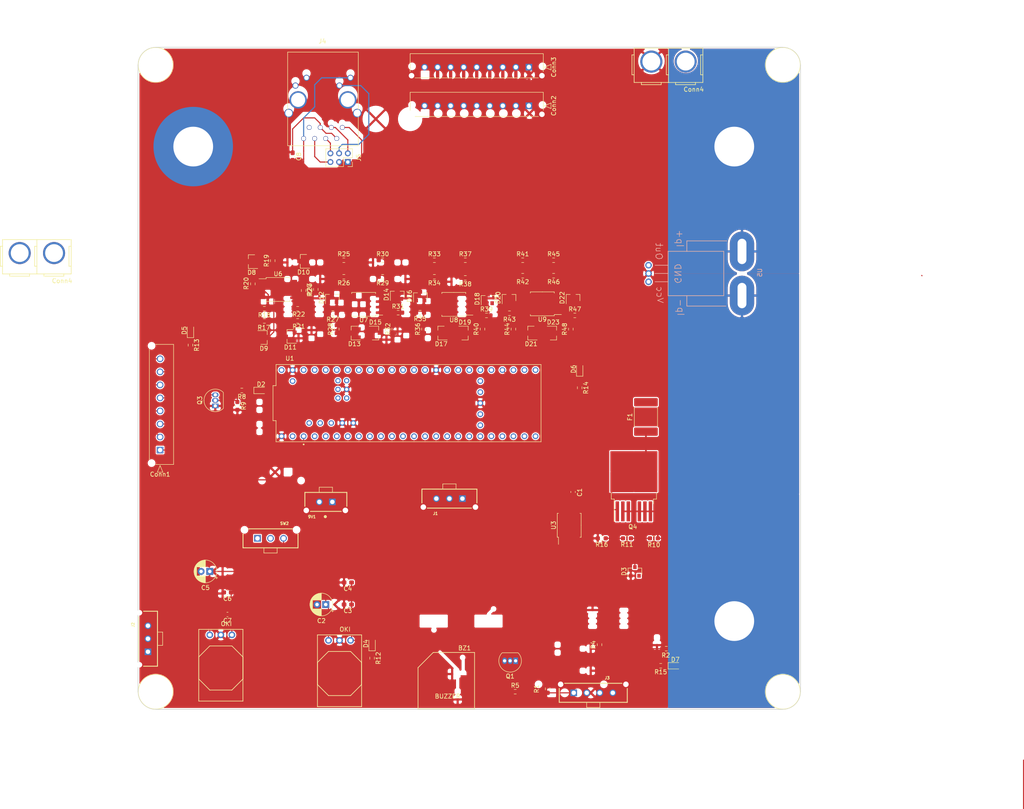
<source format=kicad_pcb>
(kicad_pcb (version 20171130) (host pcbnew "(5.1.10)-1")
  (layers (0 F.Cu signal) (31 B.Cu signal) (34 B.Paste user) (35 F.Paste user) (36 B.SilkS user) (37 F.SilkS user) (38 B.Mask user) (39 F.Mask user) (44 Edge.Cuts user))
  (net 0 "")
  (net 1 "Net-(9V1-Pad1)")
  (net 2 GND)
  (net 3 +5V)
  (net 4 "Net-(BZ1-Pad1)")
  (net 5 PACK_V)
  (net 6 "Net-(C2-Pad1)")
  (net 7 +3V3)
  (net 8 "Net-(C8-Pad2)")
  (net 9 "Net-(C8-Pad1)")
  (net 10 "Net-(Conn1-Pad1)")
  (net 11 CELL_1)
  (net 12 CELL_2)
  (net 13 CELL_3)
  (net 14 CELL_4)
  (net 15 CELL_5)
  (net 16 CELL_6)
  (net 17 CELL_7)
  (net 18 CELL_8)
  (net 19 FAN_CTL)
  (net 20 "Net-(D2-Pad1)")
  (net 21 V_OUT_SENSE)
  (net 22 "Net-(D4-Pad1)")
  (net 23 SW_IND)
  (net 24 "Net-(D5-Pad1)")
  (net 25 SW_ERR)
  (net 26 "Net-(D6-Pad1)")
  (net 27 V_OUT)
  (net 28 "Net-(D7-Pad1)")
  (net 29 CELL_8_7_SENSE)
  (net 30 CELL_7_6_SENSE)
  (net 31 CELL_6_5_SENSE)
  (net 32 CELL_5_4_SENSE)
  (net 33 CELL_4_3_SENSE)
  (net 34 CELL_3_2_SENSE)
  (net 35 CELL_2_1_SENSE)
  (net 36 CELL_1_GND_SENSE)
  (net 37 "Net-(F1-Pad2)")
  (net 38 TEMP_D_OUT)
  (net 39 SER_TX_IND)
  (net 40 "Net-(J3-Pad3)")
  (net 41 PACK_GATE)
  (net 42 "Net-(J3-Pad1)")
  (net 43 "Net-(J4-Pad6)")
  (net 44 "Net-(J4-Pad4)")
  (net 45 "Net-(J4-Pad7)")
  (net 46 "Net-(J4-Pad3)")
  (net 47 "Net-(J4-Pad1)")
  (net 48 "Net-(J4-Pad11)")
  (net 49 "Net-(J4-Pad10)")
  (net 50 "Net-(J4-Pad12)")
  (net 51 BUZZER)
  (net 52 "Net-(Q3-Pad2)")
  (net 53 E_STOP_GATE)
  (net 54 "Net-(R11-Pad2)")
  (net 55 "Net-(R17-Pad2)")
  (net 56 "Net-(R19-Pad1)")
  (net 57 "Net-(R21-Pad2)")
  (net 58 "Net-(R23-Pad1)")
  (net 59 "Net-(R25-Pad2)")
  (net 60 "Net-(R27-Pad1)")
  (net 61 "Net-(R29-Pad2)")
  (net 62 "Net-(R31-Pad1)")
  (net 63 "Net-(R33-Pad2)")
  (net 64 "Net-(R35-Pad1)")
  (net 65 "Net-(R37-Pad2)")
  (net 66 "Net-(R39-Pad1)")
  (net 67 "Net-(R41-Pad2)")
  (net 68 "Net-(R43-Pad1)")
  (net 69 "Net-(R45-Pad2)")
  (net 70 "Net-(R47-Pad1)")
  (net 71 "Net-(SW2-Pad2)")
  (net 72 "Net-(U1-Pad35)")
  (net 73 "Net-(U1-Pad34)")
  (net 74 "Net-(U1-Pad33)")
  (net 75 "Net-(U1-Pad32)")
  (net 76 "Net-(U1-Pad31)")
  (net 77 "Net-(U1-Pad30)")
  (net 78 "Net-(U1-Pad29)")
  (net 79 "Net-(U1-Pad28)")
  (net 80 PACK_I_SENSE)
  (net 81 "Net-(U1-PadVIN)")
  (net 82 "Net-(U1-Pad23)")
  (net 83 "Net-(U1-Pad13)")
  (net 84 "Net-(U1-Pad12)")
  (net 85 "Net-(U1-Pad11)")
  (net 86 "Net-(U1-Pad10)")
  (net 87 "Net-(U1-Pad9)")
  (net 88 "Net-(U1-Pad8)")
  (net 89 "Net-(U1-Pad7)")
  (net 90 "Net-(U1-Pad6)")
  (net 91 "Net-(U1-Pad5)")
  (net 92 "Net-(U1-Pad4)")
  (net 93 "Net-(U1-Pad3)")
  (net 94 "Net-(U1-Pad2)")
  (net 95 "Net-(U1-PadD+)")
  (net 96 "Net-(U1-Pad5V)")
  (net 97 "Net-(U1-PadLED)")
  (net 98 "Net-(U1-PadT+)")
  (net 99 "Net-(U1-PadR+)")
  (net 100 "Net-(U1-PadPROGRAM)")
  (net 101 "Net-(U1-PadVUSB)")
  (net 102 "Net-(U1-PadON/OFF)")
  (net 103 "Net-(U1-PadVBAT)")
  (net 104 "Net-(U1-Pad0)")
  (net 105 "Net-(Conn4-Pad2)")
  (net 106 "Net-(U3-Pad3)")
  (net 107 "Net-(U3-Pad2)")
  (net 108 "Net-(U1-Pad14)")
  (net 109 "Net-(U1-Pad25)")
  (net 110 "Net-(U1-Pad24)")
  (module MRDT_Connectors:RJ45_Teensy (layer F.Cu) (at 72.9 23.241 180)
    (fp_text reference J4 (at 0 0.5) (layer F.SilkS))
    (fp_text value RJ45_LED_Shielded)
    (pad 8 thru_hole circle (at 4.32 -21.89 180) (size 1.1 1.1) (drill 0.9) (layers *.Cu *.Mask) (net 8 "Net-(C8-Pad2)"))
    (pad 6 thru_hole circle (at 1.78 -21.89 180) (size 1.1 1.1) (drill 0.9) (layers *.Cu *.Mask) (net 43 "Net-(J4-Pad6)"))
    (pad 4 thru_hole circle (at -0.76 -21.89 180) (size 1.1 1.1) (drill 0.9) (layers *.Cu *.Mask) (net 44 "Net-(J4-Pad4)"))
    (pad 2 thru_hole circle (at -3.3 -21.89 180) (size 1.1 1.1) (drill 0.9) (layers *.Cu *.Mask) (net 9 "Net-(C8-Pad1)"))
    (pad 7 thru_hole circle (at 3.05 -19.35 180) (size 1.1 1.1) (drill 0.9) (layers *.Cu *.Mask) (net 45 "Net-(J4-Pad7)"))
    (pad 5 thru_hole circle (at 0.51 -19.35 180) (size 1.1 1.1) (drill 0.9) (layers *.Cu *.Mask) (net 9 "Net-(C8-Pad1)"))
    (pad 3 thru_hole circle (at -2.03 -19.35 180) (size 1.1 1.1) (drill 0.9) (layers *.Cu *.Mask) (net 46 "Net-(J4-Pad3)"))
    (pad 1 thru_hole circle (at -4.57 -19.35 180) (size 1.1 1.1) (drill 0.9) (layers *.Cu *.Mask) (net 47 "Net-(J4-Pad1)"))
    (pad 14 thru_hole circle (at 5.59 -13 180) (size 4 4) (drill 3.25) (layers *.Cu *.Mask))
    (pad 13 thru_hole circle (at -5.84 -13 180) (size 4 4) (drill 3.25) (layers *.Cu *.Mask))
    (pad 11 thru_hole circle (at 3.66 -7.92 180) (size 1.4 1.4) (drill 1.02) (layers *.Cu *.Mask) (net 48 "Net-(J4-Pad11)"))
    (pad 10 thru_hole circle (at -3.91 -9.71 180) (size 1.4 1.4) (drill 1.02) (layers *.Cu *.Mask) (net 49 "Net-(J4-Pad10)"))
    (pad 12 thru_hole circle (at 6.2 -9.71 180) (size 1.4 1.4) (drill 1.02) (layers *.Cu *.Mask) (net 50 "Net-(J4-Pad12)"))
    (pad 9 thru_hole circle (at -6.45 -7.92 180) (size 1.4 1.4) (drill 1.02) (layers *.Cu *.Mask) (net 8 "Net-(C8-Pad2)"))
    (pad 15 thru_hole circle (at -8 -16.05 180) (size 2 2) (drill 1.6) (layers *.Cu *.Mask))
    (pad 16 thru_hole circle (at 7.75 -16.05 180) (size 2 2) (drill 1.6) (layers *.Cu *.Mask))
  )
  (module MRDT_Connectors:MOLEX_uF_S_09_Vertical (layer F.Cu) (at 120.396 28.702 180)
    (fp_text reference Conn3 (at -5.715 0 90) (layer F.SilkS))
    (fp_text value Molex_uF_S_09)
    (fp_text user * (at 0 0 180) (layer F.SilkS))
    (pad M2 np_thru_hole circle (at 26.99994 -1.96) (size 1.27 1.27) (drill 1.27) (layers *.Cu *.Mask))
    (pad M1 np_thru_hole circle (at -2.999999 -1.96) (size 1.27 1.27) (drill 1.27) (layers *.Cu *.Mask))
    (pad 9 thru_hole circle (at 23.999993 0) (size 1.52 1.52) (drill 1.02) (layers *.Cu *.Mask) (net 2 GND))
    (pad 8 thru_hole circle (at 20.999994 0) (size 1.52 1.52) (drill 1.02) (layers *.Cu *.Mask) (net 18 CELL_8))
    (pad 7 thru_hole circle (at 17.999994 0) (size 1.52 1.52) (drill 1.02) (layers *.Cu *.Mask) (net 17 CELL_7))
    (pad 6 thru_hole circle (at 14.999995 0) (size 1.52 1.52) (drill 1.02) (layers *.Cu *.Mask) (net 16 CELL_6))
    (pad 5 thru_hole circle (at 11.999996 0) (size 1.52 1.52) (drill 1.02) (layers *.Cu *.Mask) (net 15 CELL_5))
    (pad 4 thru_hole circle (at 8.999997 0) (size 1.52 1.52) (drill 1.02) (layers *.Cu *.Mask) (net 14 CELL_4))
    (pad 3 thru_hole circle (at 5.999998 0) (size 1.52 1.52) (drill 1.02) (layers *.Cu *.Mask) (net 13 CELL_3))
    (pad 2 thru_hole circle (at 2.999999 0) (size 1.52 1.52) (drill 1.02) (layers *.Cu *.Mask) (net 12 CELL_2))
    (pad 1 thru_hole rect (at 0 0) (size 1.52 1.52) (drill 1.02) (layers *.Cu *.Mask) (net 11 CELL_1))
  )
  (module MRDT_Connectors:MOLEX_uF_S_09_Vertical (layer F.Cu) (at 120.396 37.592 180)
    (fp_text reference Conn2 (at -5.715 0 90) (layer F.SilkS))
    (fp_text value Molex_uF_S_09)
    (fp_text user * (at 0 0 180) (layer F.SilkS))
    (pad M2 np_thru_hole circle (at 26.99994 -1.96) (size 1.27 1.27) (drill 1.27) (layers *.Cu *.Mask))
    (pad M1 np_thru_hole circle (at -2.999999 -1.96) (size 1.27 1.27) (drill 1.27) (layers *.Cu *.Mask))
    (pad 9 thru_hole circle (at 23.999993 0) (size 1.52 1.52) (drill 1.02) (layers *.Cu *.Mask) (net 2 GND))
    (pad 8 thru_hole circle (at 20.999994 0) (size 1.52 1.52) (drill 1.02) (layers *.Cu *.Mask) (net 18 CELL_8))
    (pad 7 thru_hole circle (at 17.999994 0) (size 1.52 1.52) (drill 1.02) (layers *.Cu *.Mask) (net 17 CELL_7))
    (pad 6 thru_hole circle (at 14.999995 0) (size 1.52 1.52) (drill 1.02) (layers *.Cu *.Mask) (net 16 CELL_6))
    (pad 5 thru_hole circle (at 11.999996 0) (size 1.52 1.52) (drill 1.02) (layers *.Cu *.Mask) (net 15 CELL_5))
    (pad 4 thru_hole circle (at 8.999997 0) (size 1.52 1.52) (drill 1.02) (layers *.Cu *.Mask) (net 14 CELL_4))
    (pad 3 thru_hole circle (at 5.999998 0) (size 1.52 1.52) (drill 1.02) (layers *.Cu *.Mask) (net 13 CELL_3))
    (pad 2 thru_hole circle (at 2.999999 0) (size 1.52 1.52) (drill 1.02) (layers *.Cu *.Mask) (net 12 CELL_2))
    (pad 1 thru_hole rect (at 0 0) (size 1.52 1.52) (drill 1.02) (layers *.Cu *.Mask) (net 11 CELL_1))
  )
  (module Capacitor_SMD:C_0603_1608Metric_Pad1.08x0.95mm_HandSolder (layer F.Cu) (at 66.04 49.276 270)
    (fp_text reference C8 (at 0 -1.43 90) (layer F.SilkS))
    (fp_text value 0.1uF)
    (pad 1 smd roundrect (at -0.8625 0 270) (size 1.075 0.95) (layers F.Cu F.Paste F.Mask) (net 9 "Net-(C8-Pad1)"))
    (pad 2 smd roundrect (at 0.8625 0 270) (size 1.075 0.95) (layers F.Cu F.Paste F.Mask) (net 8 "Net-(C8-Pad2)"))
  )
  (module MRDT_Connectors:MOLEX_uF_S_03_Vertical (layer F.Cu) (at 32.766 160.274 90)
    (fp_text reference J2 (at 3.20551 -3.42921 90) (layer F.SilkS) (effects (font (size 0.641087 0.641087))))
    (fp_text value Molex_uF_SV_03)
    (pad 3 thru_hole circle (at 2.9972 0 90) (size 1.53 1.53) (drill 1.02) (layers *.Cu *.Mask) (net 39 SER_TX_IND))
    (pad "" np_thru_hole circle (at 5.9944 -1.9558 90) (size 1.27 1.27) (drill 1.27) (layers *.Cu *.Mask))
    (pad "" np_thru_hole circle (at -5.9944 -1.9558 90) (size 1.27 1.27) (drill 1.27) (layers *.Cu *.Mask))
    (pad 2 thru_hole circle (at 0 0 90) (size 1.53 1.53) (drill 1.02) (layers *.Cu *.Mask) (net 7 +3V3))
    (pad 1 thru_hole rect (at -2.9972 0 90) (size 1.53 1.53) (drill 1.02) (layers *.Cu *.Mask) (net 2 GND))
  )
  (module MRDT_Shields:MODULE_DEV-16771 (layer F.Cu) (at 92.71 106.045)
    (fp_text reference U1 (at -27.305 -10.295) (layer F.SilkS))
    (fp_text value Teensy4.1_DEV-16771)
    (pad 41 thru_hole circle (at 8.89 -7.62) (size 1.308 1.308) (drill 0.8) (layers *.Cu *.Mask) (net 80 PACK_I_SENSE))
    (pad 40 thru_hole circle (at 11.43 -7.62) (size 1.308 1.308) (drill 0.8) (layers *.Cu *.Mask) (net 21 V_OUT_SENSE))
    (pad 39 thru_hole circle (at 13.97 -7.62) (size 1.308 1.308) (drill 0.8) (layers *.Cu *.Mask) (net 19 FAN_CTL))
    (pad 38 thru_hole circle (at 16.51 -7.62) (size 1.308 1.308) (drill 0.8) (layers *.Cu *.Mask) (net 25 SW_ERR))
    (pad 37 thru_hole circle (at 19.05 -7.62) (size 1.308 1.308) (drill 0.8) (layers *.Cu *.Mask) (net 41 PACK_GATE))
    (pad 36 thru_hole circle (at 21.59 -7.62) (size 1.308 1.308) (drill 0.8) (layers *.Cu *.Mask) (net 51 BUZZER))
    (pad 35 thru_hole circle (at 24.13 -7.62) (size 1.308 1.308) (drill 0.8) (layers *.Cu *.Mask) (net 72 "Net-(U1-Pad35)"))
    (pad 34 thru_hole circle (at 26.67 -7.62) (size 1.308 1.308) (drill 0.8) (layers *.Cu *.Mask) (net 73 "Net-(U1-Pad34)"))
    (pad 33 thru_hole circle (at 29.21 -7.62) (size 1.308 1.308) (drill 0.8) (layers *.Cu *.Mask) (net 74 "Net-(U1-Pad33)"))
    (pad 32 thru_hole circle (at 29.21 7.62) (size 1.308 1.308) (drill 0.8) (layers *.Cu *.Mask) (net 75 "Net-(U1-Pad32)"))
    (pad 31 thru_hole circle (at 26.67 7.62) (size 1.308 1.308) (drill 0.8) (layers *.Cu *.Mask) (net 76 "Net-(U1-Pad31)"))
    (pad 30 thru_hole circle (at 24.13 7.62) (size 1.308 1.308) (drill 0.8) (layers *.Cu *.Mask) (net 77 "Net-(U1-Pad30)"))
    (pad 29 thru_hole circle (at 21.59 7.62) (size 1.308 1.308) (drill 0.8) (layers *.Cu *.Mask) (net 78 "Net-(U1-Pad29)"))
    (pad 28 thru_hole circle (at 19.05 7.62) (size 1.308 1.308) (drill 0.8) (layers *.Cu *.Mask) (net 79 "Net-(U1-Pad28)"))
    (pad 27 thru_hole circle (at 16.51 7.62) (size 1.308 1.308) (drill 0.8) (layers *.Cu *.Mask) (net 23 SW_IND))
    (pad 26 thru_hole circle (at 13.97 7.62) (size 1.308 1.308) (drill 0.8) (layers *.Cu *.Mask) (net 38 TEMP_D_OUT))
    (pad 25 thru_hole circle (at 11.43 7.62) (size 1.308 1.308) (drill 0.8) (layers *.Cu *.Mask) (net 109 "Net-(U1-Pad25)"))
    (pad 24 thru_hole circle (at 8.89 7.62) (size 1.308 1.308) (drill 0.8) (layers *.Cu *.Mask) (net 110 "Net-(U1-Pad24)"))
    (pad VIN thru_hole circle (at -29.21 -7.62) (size 1.308 1.308) (drill 0.8) (layers *.Cu *.Mask) (net 81 "Net-(U1-PadVIN)"))
    (pad GND3 thru_hole circle (at -26.67 -7.62) (size 1.308 1.308) (drill 0.8) (layers *.Cu *.Mask) (net 2 GND))
    (pad 3.3V_2 thru_hole circle (at -24.13 -7.62) (size 1.308 1.308) (drill 0.8) (layers *.Cu *.Mask) (net 7 +3V3))
    (pad 23 thru_hole circle (at -21.59 -7.62) (size 1.308 1.308) (drill 0.8) (layers *.Cu *.Mask) (net 82 "Net-(U1-Pad23)"))
    (pad 22 thru_hole circle (at -19.05 -7.62) (size 1.308 1.308) (drill 0.8) (layers *.Cu *.Mask) (net 30 CELL_7_6_SENSE))
    (pad 21 thru_hole circle (at -16.51 -7.62) (size 1.308 1.308) (drill 0.8) (layers *.Cu *.Mask) (net 29 CELL_8_7_SENSE))
    (pad 20 thru_hole circle (at -13.97 -7.62) (size 1.308 1.308) (drill 0.8) (layers *.Cu *.Mask) (net 31 CELL_6_5_SENSE))
    (pad 19 thru_hole circle (at -11.43 -7.62) (size 1.308 1.308) (drill 0.8) (layers *.Cu *.Mask) (net 32 CELL_5_4_SENSE))
    (pad 18 thru_hole circle (at -8.89 -7.62) (size 1.308 1.308) (drill 0.8) (layers *.Cu *.Mask) (net 33 CELL_4_3_SENSE))
    (pad 17 thru_hole circle (at -6.35 -7.62) (size 1.308 1.308) (drill 0.8) (layers *.Cu *.Mask) (net 34 CELL_3_2_SENSE))
    (pad 16 thru_hole circle (at -3.81 -7.62) (size 1.308 1.308) (drill 0.8) (layers *.Cu *.Mask) (net 35 CELL_2_1_SENSE))
    (pad 15 thru_hole circle (at -1.27 -7.62) (size 1.308 1.308) (drill 0.8) (layers *.Cu *.Mask) (net 36 CELL_1_GND_SENSE))
    (pad 14 thru_hole circle (at 1.27 -7.62) (size 1.308 1.308) (drill 0.8) (layers *.Cu *.Mask) (net 108 "Net-(U1-Pad14)"))
    (pad 13 thru_hole circle (at 3.81 -7.62) (size 1.308 1.308) (drill 0.8) (layers *.Cu *.Mask) (net 83 "Net-(U1-Pad13)"))
    (pad 3.3V_1 thru_hole circle (at 6.35 7.62) (size 1.308 1.308) (drill 0.8) (layers *.Cu *.Mask) (net 7 +3V3))
    (pad 12 thru_hole circle (at 3.81 7.62) (size 1.308 1.308) (drill 0.8) (layers *.Cu *.Mask) (net 84 "Net-(U1-Pad12)"))
    (pad 11 thru_hole circle (at 1.27 7.62) (size 1.308 1.308) (drill 0.8) (layers *.Cu *.Mask) (net 85 "Net-(U1-Pad11)"))
    (pad 10 thru_hole circle (at -1.27 7.62) (size 1.308 1.308) (drill 0.8) (layers *.Cu *.Mask) (net 86 "Net-(U1-Pad10)"))
    (pad 9 thru_hole circle (at -3.81 7.62) (size 1.308 1.308) (drill 0.8) (layers *.Cu *.Mask) (net 87 "Net-(U1-Pad9)"))
    (pad 8 thru_hole circle (at -6.35 7.62) (size 1.308 1.308) (drill 0.8) (layers *.Cu *.Mask) (net 88 "Net-(U1-Pad8)"))
    (pad 7 thru_hole circle (at -8.89 7.62) (size 1.308 1.308) (drill 0.8) (layers *.Cu *.Mask) (net 89 "Net-(U1-Pad7)"))
    (pad 6 thru_hole circle (at -11.43 7.62) (size 1.308 1.308) (drill 0.8) (layers *.Cu *.Mask) (net 90 "Net-(U1-Pad6)"))
    (pad 5 thru_hole circle (at -13.97 7.62) (size 1.308 1.308) (drill 0.8) (layers *.Cu *.Mask) (net 91 "Net-(U1-Pad5)"))
    (pad 4 thru_hole circle (at -16.51 7.62) (size 1.308 1.308) (drill 0.8) (layers *.Cu *.Mask) (net 92 "Net-(U1-Pad4)"))
    (pad 3 thru_hole circle (at -19.05 7.62) (size 1.308 1.308) (drill 0.8) (layers *.Cu *.Mask) (net 93 "Net-(U1-Pad3)"))
    (pad 2 thru_hole circle (at -21.59 7.62) (size 1.308 1.308) (drill 0.8) (layers *.Cu *.Mask) (net 94 "Net-(U1-Pad2)"))
    (pad 1 thru_hole circle (at -24.13 7.62) (size 1.308 1.308) (drill 0.8) (layers *.Cu *.Mask) (net 39 SER_TX_IND))
    (pad USB_GND2 thru_hole circle (at -12.7 4.57) (size 1.258 1.258) (drill 0.75) (layers *.Cu *.Mask) (net 2 GND))
    (pad USB_GND1 thru_hole circle (at -15.24 4.57) (size 1.258 1.258) (drill 0.75) (layers *.Cu *.Mask) (net 2 GND))
    (pad D+ thru_hole circle (at -17.78 4.57) (size 1.258 1.258) (drill 0.75) (layers *.Cu *.Mask) (net 95 "Net-(U1-PadD+)"))
    (pad D- thru_hole circle (at -20.32 4.57) (size 1.258 1.258) (drill 0.75) (layers *.Cu *.Mask))
    (pad 5V thru_hole circle (at -22.86 4.57) (size 1.258 1.258) (drill 0.75) (layers *.Cu *.Mask) (net 96 "Net-(U1-Pad5V)"))
    (pad T- thru_hole circle (at -16.24 -1.17) (size 1.208 1.208) (drill 0.7) (layers *.Cu *.Mask))
    (pad LED thru_hole circle (at -16.24 -3.17) (size 1.208 1.208) (drill 0.7) (layers *.Cu *.Mask) (net 97 "Net-(U1-PadLED)"))
    (pad T+ thru_hole circle (at -14.24 -1.17) (size 1.208 1.208) (drill 0.7) (layers *.Cu *.Mask) (net 98 "Net-(U1-PadT+)"))
    (pad GND5 thru_hole circle (at -14.24 -3.17) (size 1.208 1.208) (drill 0.7) (layers *.Cu *.Mask) (net 2 GND))
    (pad R+ thru_hole circle (at -16.24 -5.17) (size 1.208 1.208) (drill 0.7) (layers *.Cu *.Mask) (net 99 "Net-(U1-PadR+)"))
    (pad R- thru_hole circle (at -14.24 -5.17) (size 1.208 1.208) (drill 0.7) (layers *.Cu *.Mask))
    (pad GND2 thru_hole circle (at 6.35 -7.62) (size 1.308 1.308) (drill 0.8) (layers *.Cu *.Mask) (net 2 GND))
    (pad PROGRAM thru_hole circle (at 16.51 -2.54) (size 1.308 1.308) (drill 0.8) (layers *.Cu *.Mask) (net 100 "Net-(U1-PadPROGRAM)"))
    (pad VUSB thru_hole circle (at -26.67 -5.08) (size 1.308 1.308) (drill 0.8) (layers *.Cu *.Mask) (net 101 "Net-(U1-PadVUSB)"))
    (pad ON/OFF thru_hole circle (at 16.51 -5.08) (size 1.308 1.308) (drill 0.8) (layers *.Cu *.Mask) (net 102 "Net-(U1-PadON/OFF)"))
    (pad GND4 thru_hole circle (at 16.51 0) (size 1.308 1.308) (drill 0.8) (layers *.Cu *.Mask) (net 2 GND))
    (pad 3.3V_3 thru_hole circle (at 16.51 2.54) (size 1.308 1.308) (drill 0.8) (layers *.Cu *.Mask) (net 7 +3V3))
    (pad VBAT thru_hole circle (at 16.51 5.08) (size 1.308 1.308) (drill 0.8) (layers *.Cu *.Mask) (net 103 "Net-(U1-PadVBAT)"))
    (pad 0 thru_hole circle (at -26.67 7.62) (size 1.308 1.308) (drill 0.8) (layers *.Cu *.Mask) (net 104 "Net-(U1-Pad0)"))
    (pad GND1 thru_hole circle (at -29.21 7.62) (size 1.308 1.308) (drill 0.8) (layers *.Cu *.Mask) (net 2 GND))
  )
  (module Diode_SMD:D_SOT-23_ANK (layer F.Cu) (at 144.78 144.78 90)
    (fp_text reference D3 (at 0 -2.5 90) (layer F.SilkS))
    (fp_text value 3.3V)
    (pad 1 smd rect (at 1 0 90) (size 0.9 0.8) (layers F.Cu F.Paste F.Mask) (net 21 V_OUT_SENSE))
    (pad "" smd rect (at -1 0.95 90) (size 0.9 0.8) (layers F.Cu F.Paste F.Mask))
    (pad 2 smd rect (at -1 -0.95 90) (size 0.9 0.8) (layers F.Cu F.Paste F.Mask) (net 2 GND))
  )
  (module MRDT_Drill_Holes:BATT_PWR_VIA (layer F.Cu) (at 167.64 156.21)
    (fp_text reference V3 hide)
    (fp_text value BATT_PWR_VIA hide)
    (pad 1 thru_hole circle (at 0 0) (size 18.288 18.288) (drill 9.144) (layers *.Cu *.Mask) (net 27 V_OUT))
  )
  (module Resistor_SMD:R_0603_1608Metric_Pad0.98x0.95mm_HandSolder (layer F.Cu) (at 149.145 137.16 180)
    (fp_text reference R10 (at 0 -1.524) (layer F.SilkS))
    (fp_text value 100k)
    (pad 2 smd roundrect (at 0.9125 0 180) (size 0.975 0.95) (layers F.Cu F.Paste F.Mask) (net 21 V_OUT_SENSE))
    (pad 1 smd roundrect (at -0.9125 0 180) (size 0.975 0.95) (layers F.Cu F.Paste F.Mask) (net 27 V_OUT))
  )
  (module Capacitor_SMD:C_0603_1608Metric_Pad1.08x0.95mm_HandSolder (layer F.Cu) (at 78.74 147.32 180)
    (fp_text reference C4 (at 0 -1.43) (layer F.SilkS))
    (fp_text value 1uF)
    (pad 2 smd roundrect (at 0.8625 0 180) (size 1.075 0.95) (layers F.Cu F.Paste F.Mask) (net 2 GND))
    (pad 1 smd roundrect (at -0.8625 0 180) (size 1.075 0.95) (layers F.Cu F.Paste F.Mask) (net 3 +5V))
  )
  (module Fuse:Fuse_2920_7451Metric (layer F.Cu) (at 147.32 109.22 90)
    (fp_text reference F1 (at 0 -3.68 90) (layer F.SilkS))
    (fp_text value Fuse)
    (pad 2 smd roundrect (at 3.3875 0 90) (size 1.925 5.45) (layers F.Cu F.Paste F.Mask) (roundrect_rratio 0.12987) (net 37 "Net-(F1-Pad2)"))
    (pad 1 smd roundrect (at -3.3875 0 90) (size 1.925 5.45) (layers F.Cu F.Paste F.Mask) (roundrect_rratio 0.12987) (net 5 PACK_V))
  )
  (module MRDT_Drill_Holes:4_40_Hole_Corner (layer F.Cu) (at 38.55212 168.45788 180)
    (fp_text reference REF** hide)
    (fp_text value 4_40_Hole hide)
    (pad "" np_thru_hole circle (at 4.00812 -4.00812 180) (size 2.9464 2.9464) (drill 2.9464) (layers *.Cu *.Mask) (clearance 2.5))
  )
  (module MRDT_Drill_Holes:4_40_Hole_Corner (layer F.Cu) (at 38.55212 32.20212 90)
    (fp_text reference REF** hide)
    (fp_text value 4_40_Hole hide)
    (pad "" np_thru_hole circle (at 4.00812 -4.00812 90) (size 2.9464 2.9464) (drill 2.9464) (layers *.Cu *.Mask) (clearance 2.5))
  )
  (module MRDT_Drill_Holes:4_40_Hole_Corner (layer F.Cu) (at 174.80788 32.20212)
    (fp_text reference REF** hide)
    (fp_text value 4_40_Hole hide)
    (pad "" np_thru_hole circle (at 4.00812 -4.00812) (size 2.9464 2.9464) (drill 2.9464) (layers *.Cu *.Mask) (clearance 2.5))
  )
  (module MRDT_Drill_Holes:4_40_Hole_Corner (layer F.Cu) (at 174.80788 168.45788 270)
    (fp_text reference REF** hide)
    (fp_text value 4_40_Hole hide)
    (pad "" np_thru_hole circle (at 4.00812 -4.00812 270) (size 2.9464 2.9464) (drill 2.9464) (layers *.Cu *.Mask) (clearance 2.5))
  )
  (module MRDT_Drill_Holes:BATT_PWR_VIA (layer F.Cu) (at 167.64 46.99)
    (fp_text reference V2 hide)
    (fp_text value BATT_PWR_VIA hide)
    (pad 1 thru_hole circle (at 0 0) (size 18.288 18.288) (drill 9.144) (layers *.Cu *.Mask) (net 105 "Net-(Conn4-Pad2)"))
  )
  (module MRDT_Drill_Holes:BATT_PWR_VIA (layer F.Cu) (at 43.18 46.99)
    (fp_text reference V1 hide)
    (fp_text value BATT_PWR_VIA hide)
    (pad 1 thru_hole circle (at 0 0) (size 18.288 18.288) (drill 9.144) (layers *.Cu *.Mask) (net 2 GND))
  )
  (module MRDT_Sensors:ACS759ECB_PFF_Leadform_5pins (layer B.Cu) (at 147.955 78.105 90)
    (fp_text reference U5 (at 2.10566 25.56764 -90) (layer B.SilkS) (effects (justify mirror)))
    (fp_text value ACS759ECB-200B-PFF-T)
    (pad 5 thru_hole oval (at -3.175 21.463 90) (size 9.144 5.588) (drill oval 5.842 2.032) (layers *.Cu *.Mask) (net 37 "Net-(F1-Pad2)"))
    (pad 4 thru_hole oval (at 6.985 21.463 90) (size 9.144 5.588) (drill oval 5.842 2.032) (layers *.Cu *.Mask) (net 105 "Net-(Conn4-Pad2)"))
    (pad 2 thru_hole circle (at 1.905 -0.03302 90) (size 1.50114 1.50114) (drill 0.89916) (layers *.Cu *.Mask) (net 2 GND))
    (pad 3 thru_hole circle (at 3.81508 -0.03302 90) (size 1.50114 1.50114) (drill 0.89916) (layers *.Cu *.Mask) (net 80 PACK_I_SENSE))
    (pad 1 thru_hole circle (at -0.00508 -0.03302 90) (size 1.50114 1.50114) (drill 0.89916) (layers *.Cu *.Mask) (net 7 +3V3))
  )
  (module MRDT_Devices:OKI_Horizontal (layer F.Cu) (at 74.295 160.655)
    (fp_text reference U4 hide)
    (fp_text value OKI (at 3.81 -2.54) (layer F.SilkS))
    (pad 3 thru_hole circle (at 5.08 0) (size 1.524 1.524) (drill 0.889) (layers *.Cu *.Mask) (net 3 +5V))
    (pad 2 thru_hole circle (at 2.54 0) (size 1.524 1.524) (drill 0.889) (layers *.Cu *.Mask) (net 2 GND))
    (pad 1 thru_hole circle (at 0 0) (size 1.524 1.524) (drill 0.889) (layers *.Cu *.Mask) (net 6 "Net-(C2-Pad1)"))
  )
  (module Package_SO:SOIC-8_5.275x5.275mm_P1.27mm (layer F.Cu) (at 129.667 134.156 90)
    (fp_text reference U3 (at 0 -3.59 90) (layer F.SilkS))
    (fp_text value LT1910)
    (pad 8 smd roundrect (at 3.6 -1.905 90) (size 1.6 0.6) (layers F.Cu F.Paste F.Mask) (net 5 PACK_V))
    (pad 7 smd roundrect (at 3.6 -0.635 90) (size 1.6 0.6) (layers F.Cu F.Paste F.Mask))
    (pad 6 smd roundrect (at 3.6 0.635 90) (size 1.6 0.6) (layers F.Cu F.Paste F.Mask) (net 5 PACK_V))
    (pad 5 smd roundrect (at 3.6 1.905 90) (size 1.6 0.6) (layers F.Cu F.Paste F.Mask) (net 53 E_STOP_GATE))
    (pad 4 smd roundrect (at -3.6 1.905 90) (size 1.6 0.6) (layers F.Cu F.Paste F.Mask) (net 42 "Net-(J3-Pad1)"))
    (pad 3 smd roundrect (at -3.6 0.635 90) (size 1.6 0.6) (layers F.Cu F.Paste F.Mask) (net 106 "Net-(U3-Pad3)"))
    (pad 2 smd roundrect (at -3.6 -0.635 90) (size 1.6 0.6) (layers F.Cu F.Paste F.Mask) (net 107 "Net-(U3-Pad2)"))
    (pad 1 smd roundrect (at -3.6 -1.905 90) (size 1.6 0.6) (layers F.Cu F.Paste F.Mask) (net 2 GND))
  )
  (module MRDT_Devices:OKI_Horizontal (layer F.Cu) (at 46.99 159.385)
    (fp_text reference U2 hide)
    (fp_text value OKI (at 3.81 -2.54) (layer F.SilkS))
    (pad 3 thru_hole circle (at 5.08 0) (size 1.524 1.524) (drill 0.889) (layers *.Cu *.Mask) (net 7 +3V3))
    (pad 2 thru_hole circle (at 2.54 0) (size 1.524 1.524) (drill 0.889) (layers *.Cu *.Mask) (net 2 GND))
    (pad 1 thru_hole circle (at 0 0) (size 1.524 1.524) (drill 0.889) (layers *.Cu *.Mask) (net 6 "Net-(C2-Pad1)"))
  )
  (module Resistor_SMD:R_0603_1608Metric_Pad0.98x0.95mm_HandSolder (layer F.Cu) (at 137.16 137.16 180)
    (fp_text reference R16 (at 0 -1.43) (layer F.SilkS))
    (fp_text value 820)
    (pad 2 smd roundrect (at 0.9125 0 180) (size 0.975 0.95) (layers F.Cu F.Paste F.Mask) (net 2 GND))
    (pad 1 smd roundrect (at -0.9125 0 180) (size 0.975 0.95) (layers F.Cu F.Paste F.Mask) (net 54 "Net-(R11-Pad2)"))
  )
  (module Resistor_SMD:R_0603_1608Metric_Pad0.98x0.95mm_HandSolder (layer F.Cu) (at 150.7255 166.497 180)
    (fp_text reference R15 (at 0 -1.43) (layer F.SilkS))
    (fp_text value 100)
    (pad 2 smd roundrect (at 0.9125 0 180) (size 0.975 0.95) (layers F.Cu F.Paste F.Mask) (net 2 GND))
    (pad 1 smd roundrect (at -0.9125 0 180) (size 0.975 0.95) (layers F.Cu F.Paste F.Mask) (net 28 "Net-(D7-Pad1)"))
  )
  (module Resistor_SMD:R_0603_1608Metric_Pad0.98x0.95mm_HandSolder (layer F.Cu) (at 132.08 102.5125 270)
    (fp_text reference R14 (at 0 -1.43 90) (layer F.SilkS))
    (fp_text value 100)
    (pad 2 smd roundrect (at 0.9125 0 270) (size 0.975 0.95) (layers F.Cu F.Paste F.Mask) (net 2 GND))
    (pad 1 smd roundrect (at -0.9125 0 270) (size 0.975 0.95) (layers F.Cu F.Paste F.Mask) (net 26 "Net-(D6-Pad1)"))
  )
  (module Resistor_SMD:R_0603_1608Metric_Pad0.98x0.95mm_HandSolder (layer F.Cu) (at 42.545 92.6865 270)
    (fp_text reference R13 (at 0 -1.43 90) (layer F.SilkS))
    (fp_text value 100)
    (pad 2 smd roundrect (at 0.9125 0 270) (size 0.975 0.95) (layers F.Cu F.Paste F.Mask) (net 2 GND))
    (pad 1 smd roundrect (at -0.9125 0 270) (size 0.975 0.95) (layers F.Cu F.Paste F.Mask) (net 24 "Net-(D5-Pad1)"))
  )
  (module Resistor_SMD:R_0603_1608Metric_Pad0.98x0.95mm_HandSolder (layer F.Cu) (at 84.328 164.7425 270)
    (fp_text reference R12 (at 0 -1.43 90) (layer F.SilkS))
    (fp_text value 100)
    (pad 2 smd roundrect (at 0.9125 0 270) (size 0.975 0.95) (layers F.Cu F.Paste F.Mask) (net 2 GND))
    (pad 1 smd roundrect (at -0.9125 0 270) (size 0.975 0.95) (layers F.Cu F.Paste F.Mask) (net 22 "Net-(D4-Pad1)"))
  )
  (module Resistor_SMD:R_0603_1608Metric_Pad0.98x0.95mm_HandSolder (layer F.Cu) (at 142.955 137.16 180)
    (fp_text reference R11 (at 0 -1.43) (layer F.SilkS))
    (fp_text value 10k)
    (pad 2 smd roundrect (at 0.9125 0 180) (size 0.975 0.95) (layers F.Cu F.Paste F.Mask) (net 54 "Net-(R11-Pad2)"))
    (pad 1 smd roundrect (at -0.9125 0 180) (size 0.975 0.95) (layers F.Cu F.Paste F.Mask) (net 21 V_OUT_SENSE))
  )
  (module Resistor_SMD:R_0603_1608Metric_Pad0.98x0.95mm_HandSolder (layer F.Cu) (at 117.2445 172.466)
    (fp_text reference R5 (at 0 -1.43) (layer F.SilkS))
    (fp_text value 10k)
    (pad 2 smd roundrect (at 0.9125 0) (size 0.975 0.95) (layers F.Cu F.Paste F.Mask) (net 2 GND))
    (pad 1 smd roundrect (at -0.9125 0) (size 0.975 0.95) (layers F.Cu F.Paste F.Mask) (net 51 BUZZER))
  )
  (module Resistor_SMD:R_0603_1608Metric_Pad0.98x0.95mm_HandSolder (layer F.Cu) (at 136.652 161.6475 90)
    (fp_text reference R4 (at 0 -1.43 90) (layer F.SilkS))
    (fp_text value 10k)
    (pad 2 smd roundrect (at 0.9125 0 90) (size 0.975 0.95) (layers F.Cu F.Paste F.Mask) (net 2 GND))
    (pad 1 smd roundrect (at -0.9125 0 90) (size 0.975 0.95) (layers F.Cu F.Paste F.Mask) (net 40 "Net-(J3-Pad3)"))
  )
  (module Resistor_SMD:R_0603_1608Metric_Pad0.98x0.95mm_HandSolder (layer F.Cu) (at 151.9955 162.56)
    (fp_text reference R2 (at -0.1035 1.524) (layer F.SilkS))
    (fp_text value 4k)
    (pad 2 smd roundrect (at 0.9125 0) (size 0.975 0.95) (layers F.Cu F.Paste F.Mask) (net 27 V_OUT))
    (pad 1 smd roundrect (at -0.9125 0) (size 0.975 0.95) (layers F.Cu F.Paste F.Mask) (net 40 "Net-(J3-Pad3)"))
  )
  (module Resistor_SMD:R_0603_1608Metric_Pad0.98x0.95mm_HandSolder (layer F.Cu) (at 124.714 171.8075 90)
    (fp_text reference R1 (at 0 -2.54 90) (layer F.SilkS))
    (fp_text value 10k)
    (pad 2 smd roundrect (at 0.9125 0 90) (size 0.975 0.95) (layers F.Cu F.Paste F.Mask) (net 2 GND))
    (pad 1 smd roundrect (at -0.9125 0 90) (size 0.975 0.95) (layers F.Cu F.Paste F.Mask) (net 42 "Net-(J3-Pad1)"))
  )
  (module MRDT_Actives:IRLS3034_TO-263-7_P (layer F.Cu) (at 140.735 131.53 90)
    (fp_text reference Q4 (at -2.975 3.556 180) (layer F.SilkS))
    (fp_text value IRFS7530)
    (pad 2 smd rect (at 7.3 6.585 90) (size 4.55 5.25) (layers F.Cu F.Paste) (net 5 PACK_V))
    (pad 2 smd rect (at 12.15 1.035 90) (size 4.55 5.25) (layers F.Cu F.Paste) (net 5 PACK_V))
    (pad 2 smd rect (at 7.3 1.035 90) (size 4.55 5.25) (layers F.Cu F.Paste) (net 5 PACK_V))
    (pad 2 smd rect (at 12.15 6.585 90) (size 4.55 5.25) (layers F.Cu F.Paste) (net 5 PACK_V))
    (pad 2 smd rect (at 9.725 3.81 90) (size 9.4 10.8) (layers F.Cu F.Mask) (net 5 PACK_V))
    (pad 3 smd rect (at 0.575 7.62 90) (size 4.6 0.8) (layers F.Cu F.Paste F.Mask) (net 27 V_OUT))
    (pad 3 smd rect (at 0.575 6.35 90) (size 4.6 0.8) (layers F.Cu F.Paste F.Mask) (net 27 V_OUT))
    (pad 3 smd rect (at 0.575 5.08 90) (size 4.6 0.8) (layers F.Cu F.Paste F.Mask) (net 27 V_OUT))
    (pad 3 smd rect (at 0.575 2.54 90) (size 4.6 0.8) (layers F.Cu F.Paste F.Mask) (net 27 V_OUT))
    (pad 3 smd rect (at 0.575 1.27 90) (size 4.6 0.8) (layers F.Cu F.Paste F.Mask) (net 27 V_OUT))
    (pad 1 smd rect (at 0.575 0 90) (size 4.6 0.8) (layers F.Cu F.Paste F.Mask) (net 53 E_STOP_GATE))
  )
  (module Package_TO_SOT_THT:TO-92_Inline (layer F.Cu) (at 117.348 165.354 180)
    (fp_text reference Q1 (at 1.27 -3.56) (layer F.SilkS))
    (fp_text value 2N7000)
    (pad 1 thru_hole rect (at 0 0 180) (size 1.05 1.5) (drill 0.75) (layers *.Cu *.Mask) (net 2 GND))
    (pad 3 thru_hole oval (at 2.54 0 180) (size 1.05 1.5) (drill 0.75) (layers *.Cu *.Mask) (net 4 "Net-(BZ1-Pad1)"))
    (pad 2 thru_hole oval (at 1.27 0 180) (size 1.05 1.5) (drill 0.75) (layers *.Cu *.Mask) (net 51 BUZZER))
  )
  (module Connector_PinSocket_2.00mm:PinSocket_2x03_P2.00mm_Vertical (layer F.Cu) (at 78.74 50.546 270)
    (fp_text reference J5 (at -1 -2.5 90) (layer F.SilkS))
    (fp_text value Molex_uF_SV_06)
    (pad 6 thru_hole oval (at -2 4 270) (size 1.35 1.35) (drill 0.8) (layers *.Cu *.Mask) (net 44 "Net-(J4-Pad4)"))
    (pad 5 thru_hole oval (at 0 4 270) (size 1.35 1.35) (drill 0.8) (layers *.Cu *.Mask) (net 43 "Net-(J4-Pad6)"))
    (pad 4 thru_hole oval (at -2 2 270) (size 1.35 1.35) (drill 0.8) (layers *.Cu *.Mask) (net 49 "Net-(J4-Pad10)"))
    (pad 3 thru_hole oval (at 0 2 270) (size 1.35 1.35) (drill 0.8) (layers *.Cu *.Mask) (net 8 "Net-(C8-Pad2)"))
    (pad 2 thru_hole oval (at -2 0 270) (size 1.35 1.35) (drill 0.8) (layers *.Cu *.Mask) (net 46 "Net-(J4-Pad3)"))
    (pad 1 thru_hole rect (at 0 0 270) (size 1.35 1.35) (drill 0.8) (layers *.Cu *.Mask) (net 47 "Net-(J4-Pad1)"))
  )
  (module MRDT_Connectors:MOLEX_uF_S_04_Vertical (layer F.Cu) (at 135.2042 172.72)
    (fp_text reference J3 (at 3.20551 -3.42921) (layer F.SilkS) (effects (font (size 0.641087 0.641087))))
    (fp_text value Molex_uF_SV_04)
    (pad 4 thru_hole circle (at 4.4958 0) (size 1.53 1.53) (drill 1.02) (layers *.Cu *.Mask) (net 2 GND))
    (pad 3 thru_hole circle (at 1.4986 0) (size 1.53 1.53) (drill 1.02) (layers *.Cu *.Mask) (net 40 "Net-(J3-Pad3)"))
    (pad "" np_thru_hole circle (at 7.5057 -1.9558) (size 1.27 1.27) (drill 1.27) (layers *.Cu *.Mask))
    (pad "" np_thru_hole circle (at -7.5057 -1.9558) (size 1.27 1.27) (drill 1.27) (layers *.Cu *.Mask))
    (pad 2 thru_hole circle (at -1.4986 0) (size 1.53 1.53) (drill 1.02) (layers *.Cu *.Mask) (net 41 PACK_GATE))
    (pad 1 thru_hole rect (at -4.4958 0) (size 1.53 1.53) (drill 1.02) (layers *.Cu *.Mask) (net 42 "Net-(J3-Pad1)"))
  )
  (module MRDT_Connectors:MOLEX_uF_S_03_Vertical (layer F.Cu) (at 102.108 128.016 180)
    (fp_text reference J1 (at 3.20551 -3.42921) (layer F.SilkS) (effects (font (size 0.641087 0.641087))))
    (fp_text value Molex_uF_SV_03)
    (pad 3 thru_hole circle (at 2.9972 0 180) (size 1.53 1.53) (drill 1.02) (layers *.Cu *.Mask) (net 7 +3V3))
    (pad "" np_thru_hole circle (at 5.9944 -1.9558 180) (size 1.27 1.27) (drill 1.27) (layers *.Cu *.Mask))
    (pad "" np_thru_hole circle (at -5.9944 -1.9558 180) (size 1.27 1.27) (drill 1.27) (layers *.Cu *.Mask))
    (pad 2 thru_hole circle (at 0 0 180) (size 1.53 1.53) (drill 1.02) (layers *.Cu *.Mask) (net 38 TEMP_D_OUT))
    (pad 1 thru_hole rect (at -2.9972 0 180) (size 1.53 1.53) (drill 1.02) (layers *.Cu *.Mask) (net 2 GND))
  )
  (module MRDT_Connectors:MOLEX_uF_S_08_Vertical (layer F.Cu) (at 35.56 116.84 90)
    (fp_text reference Conn1 (at -5.588 0 180) (layer F.SilkS))
    (fp_text value Molex_SL_08)
    (pad 1 thru_hole rect (at 0 0 270) (size 1.52 1.52) (drill 1.02) (layers *.Cu *.Mask) (net 10 "Net-(Conn1-Pad1)"))
    (pad 2 thru_hole circle (at 2.999999 0 270) (size 1.52 1.52) (drill 1.02) (layers *.Cu *.Mask) (net 3 +5V))
    (pad 3 thru_hole circle (at 5.999998 0 270) (size 1.52 1.52) (drill 1.02) (layers *.Cu *.Mask) (net 10 "Net-(Conn1-Pad1)"))
    (pad 4 thru_hole circle (at 8.999997 0 270) (size 1.52 1.52) (drill 1.02) (layers *.Cu *.Mask) (net 3 +5V))
    (pad 5 thru_hole circle (at 11.999996 0 270) (size 1.52 1.52) (drill 1.02) (layers *.Cu *.Mask) (net 10 "Net-(Conn1-Pad1)"))
    (pad 6 thru_hole circle (at 14.999995 0 270) (size 1.52 1.52) (drill 1.02) (layers *.Cu *.Mask) (net 3 +5V))
    (pad 7 thru_hole circle (at 17.999994 0 270) (size 1.52 1.52) (drill 1.02) (layers *.Cu *.Mask) (net 10 "Net-(Conn1-Pad1)"))
    (pad 8 thru_hole circle (at 20.999994 0 270) (size 1.52 1.52) (drill 1.02) (layers *.Cu *.Mask) (net 3 +5V))
    (pad M1 np_thru_hole circle (at -2.999999 -1.96 270) (size 1.27 1.27) (drill 1.27) (layers *.Cu *.Mask))
    (pad M2 np_thru_hole circle (at 23.999947 -1.96 270) (size 1.27 1.27) (drill 1.27) (layers *.Cu *.Mask))
  )
  (module Capacitor_SMD:C_0603_1608Metric_Pad1.08x0.95mm_HandSolder (layer F.Cu) (at 51.054 154.686 180)
    (fp_text reference C7 (at 0 -1.43) (layer F.SilkS))
    (fp_text value 1uF)
    (pad 2 smd roundrect (at 0.8625 0 180) (size 1.075 0.95) (layers F.Cu F.Paste F.Mask) (net 2 GND))
    (pad 1 smd roundrect (at -0.8625 0 180) (size 1.075 0.95) (layers F.Cu F.Paste F.Mask) (net 7 +3V3))
  )
  (module Capacitor_SMD:C_0603_1608Metric_Pad1.08x0.95mm_HandSolder (layer F.Cu) (at 51.054 149.606 180)
    (fp_text reference C6 (at 0 -1.43) (layer F.SilkS))
    (fp_text value 10uF)
    (pad 2 smd roundrect (at 0.8625 0 180) (size 1.075 0.95) (layers F.Cu F.Paste F.Mask) (net 2 GND))
    (pad 1 smd roundrect (at -0.8625 0 180) (size 1.075 0.95) (layers F.Cu F.Paste F.Mask) (net 7 +3V3))
  )
  (module Capacitor_SMD:C_0603_1608Metric_Pad1.08x0.95mm_HandSolder (layer F.Cu) (at 78.74 152.4 180)
    (fp_text reference C3 (at 0 -1.43) (layer F.SilkS))
    (fp_text value 10uF)
    (pad 2 smd roundrect (at 0.8625 0 180) (size 1.075 0.95) (layers F.Cu F.Paste F.Mask) (net 2 GND))
    (pad 1 smd roundrect (at -0.8625 0 180) (size 1.075 0.95) (layers F.Cu F.Paste F.Mask) (net 3 +5V))
  )
  (module Capacitor_SMD:C_0603_1608Metric_Pad1.08x0.95mm_HandSolder (layer F.Cu) (at 130.556 126.492 90)
    (fp_text reference C1 (at -0.1005 1.524 90) (layer F.SilkS))
    (fp_text value 10u)
    (pad 2 smd roundrect (at 0.8625 0 90) (size 1.075 0.95) (layers F.Cu F.Paste F.Mask) (net 2 GND))
    (pad 1 smd roundrect (at -0.8625 0 90) (size 1.075 0.95) (layers F.Cu F.Paste F.Mask) (net 5 PACK_V))
  )
  (module MRDT_Devices:BUZZER_SMI_1324_TW_5V_2_R (layer F.Cu) (at 107.896 169.926 180)
    (fp_text reference BZ1 (at 2.3 7.5) (layer F.SilkS))
    (fp_text value Buzzer)
    (fp_text user BUZZER (at 6.2 -3.6) (layer F.SilkS))
    (pad 2 smd rect (at 12.8 0 180) (size 6 2.5) (layers F.Cu F.Paste F.Mask) (net 3 +5V))
    (pad 1 smd rect (at 0.2 0 180) (size 6 2.5) (layers F.Cu F.Paste F.Mask) (net 4 "Net-(BZ1-Pad1)"))
  )
  (module MRDT_Connectors:MOLEX_uF_S_02_Vertical (layer F.Cu) (at 73.6854 128.778 180)
    (fp_text reference 9V1 (at 3.20551 -3.42921) (layer F.SilkS) (effects (font (size 0.641087 0.641087))))
    (fp_text value Battery)
    (pad 1 thru_hole rect (at -1.4986 0 180) (size 1.53 1.53) (drill 1.02) (layers *.Cu *.Mask) (net 1 "Net-(9V1-Pad1)"))
    (pad 2 thru_hole circle (at 1.4986 0 180) (size 1.53 1.53) (drill 1.02) (layers *.Cu *.Mask) (net 2 GND))
    (pad "" np_thru_hole circle (at -4.4958 -1.9558 180) (size 1.27 1.27) (drill 1.27) (layers *.Cu *.Mask))
    (pad "" np_thru_hole circle (at 4.4958 -1.9558 180) (size 1.27 1.27) (drill 1.27) (layers *.Cu *.Mask))
  )
  (module LED_SMD:LED_0603_1608Metric_Pad1.05x0.95mm_HandSolder (layer F.Cu) (at 58.787 103.124)
    (fp_text reference D2 (at 0 -1.43) (layer F.SilkS))
    (fp_text value LED)
    (pad 1 smd roundrect (at -0.875 0) (size 1.05 0.95) (layers F.Cu F.Paste F.Mask) (net 20 "Net-(D2-Pad1)"))
    (pad 2 smd roundrect (at 0.875 0) (size 1.05 0.95) (layers F.Cu F.Paste F.Mask) (net 19 FAN_CTL))
  )
  (module Diode_SMD:D_SOT-23_ANK (layer F.Cu) (at 56.626 73.472 180)
    (fp_text reference D8 (at 0 -2.5) (layer F.SilkS))
    (fp_text value 4.3V)
    (pad 1 smd rect (at 1 0 180) (size 0.9 0.8) (layers F.Cu F.Paste F.Mask) (net 18 CELL_8))
    (pad "" smd rect (at -1 0.95 180) (size 0.9 0.8) (layers F.Cu F.Paste F.Mask))
    (pad 2 smd rect (at -1 -0.95 180) (size 0.9 0.8) (layers F.Cu F.Paste F.Mask) (net 17 CELL_7))
  )
  (module Diode_SMD:D_SOT-23_ANK (layer F.Cu) (at 59.436 90.932)
    (fp_text reference D9 (at 0 2.54) (layer F.SilkS))
    (fp_text value 3.3V)
    (pad 2 smd rect (at -1 -0.95) (size 0.9 0.8) (layers F.Cu F.Paste F.Mask) (net 2 GND))
    (pad "" smd rect (at -1 0.95) (size 0.9 0.8) (layers F.Cu F.Paste F.Mask))
    (pad 1 smd rect (at 1 0) (size 0.9 0.8) (layers F.Cu F.Paste F.Mask) (net 29 CELL_8_7_SENSE))
  )
  (module Diode_SMD:D_SOT-23_ANK (layer F.Cu) (at 68.564 73.406 180)
    (fp_text reference D10 (at 0 -2.5) (layer F.SilkS))
    (fp_text value 4.3V)
    (pad 1 smd rect (at 1 0 180) (size 0.9 0.8) (layers F.Cu F.Paste F.Mask) (net 17 CELL_7))
    (pad "" smd rect (at -1 0.95 180) (size 0.9 0.8) (layers F.Cu F.Paste F.Mask))
    (pad 2 smd rect (at -1 -0.95 180) (size 0.9 0.8) (layers F.Cu F.Paste F.Mask) (net 16 CELL_6))
  )
  (module Diode_SMD:D_SOT-23_ANK (layer F.Cu) (at 65.516 90.678 180)
    (fp_text reference D11 (at 0 -2.5) (layer F.SilkS))
    (fp_text value 3.3V)
    (pad 2 smd rect (at -1 -0.95 180) (size 0.9 0.8) (layers F.Cu F.Paste F.Mask) (net 2 GND))
    (pad "" smd rect (at -1 0.95 180) (size 0.9 0.8) (layers F.Cu F.Paste F.Mask))
    (pad 1 smd rect (at 1 0 180) (size 0.9 0.8) (layers F.Cu F.Paste F.Mask) (net 30 CELL_7_6_SENSE))
  )
  (module Diode_SMD:D_SOT-23_ANK (layer F.Cu) (at 75.184 81.772 90)
    (fp_text reference D12 (at 0 -2.5 90) (layer F.SilkS))
    (fp_text value 4.3V)
    (pad 1 smd rect (at 1 0 90) (size 0.9 0.8) (layers F.Cu F.Paste F.Mask) (net 16 CELL_6))
    (pad "" smd rect (at -1 0.95 90) (size 0.9 0.8) (layers F.Cu F.Paste F.Mask))
    (pad 2 smd rect (at -1 -0.95 90) (size 0.9 0.8) (layers F.Cu F.Paste F.Mask) (net 15 CELL_5))
  )
  (module Diode_SMD:D_SOT-23_ANK (layer F.Cu) (at 80.264 89.916 180)
    (fp_text reference D13 (at 0 -2.5) (layer F.SilkS))
    (fp_text value 3.3V)
    (pad 2 smd rect (at -1 -0.95 180) (size 0.9 0.8) (layers F.Cu F.Paste F.Mask) (net 2 GND))
    (pad "" smd rect (at -1 0.95 180) (size 0.9 0.8) (layers F.Cu F.Paste F.Mask))
    (pad 1 smd rect (at 1 0 180) (size 0.9 0.8) (layers F.Cu F.Paste F.Mask) (net 31 CELL_6_5_SENSE))
  )
  (module Diode_SMD:D_SOT-23_ANK (layer F.Cu) (at 90.109 81.042 90)
    (fp_text reference D14 (at 0 -2.5 90) (layer F.SilkS))
    (fp_text value 4.3V)
    (pad 2 smd rect (at -1 -0.95 90) (size 0.9 0.8) (layers F.Cu F.Paste F.Mask) (net 14 CELL_4))
    (pad "" smd rect (at -1 0.95 90) (size 0.9 0.8) (layers F.Cu F.Paste F.Mask))
    (pad 1 smd rect (at 1 0 90) (size 0.9 0.8) (layers F.Cu F.Paste F.Mask) (net 15 CELL_5))
  )
  (module Diode_SMD:D_SOT-23_ANK (layer F.Cu) (at 85.074 89.916)
    (fp_text reference D15 (at 0 -2.5) (layer F.SilkS))
    (fp_text value 3.3V)
    (pad 2 smd rect (at -1 -0.95) (size 0.9 0.8) (layers F.Cu F.Paste F.Mask) (net 2 GND))
    (pad "" smd rect (at -1 0.95) (size 0.9 0.8) (layers F.Cu F.Paste F.Mask))
    (pad 1 smd rect (at 1 0) (size 0.9 0.8) (layers F.Cu F.Paste F.Mask) (net 32 CELL_5_4_SENSE))
  )
  (module Diode_SMD:D_SOT-23_ANK (layer F.Cu) (at 95.438 81.407 90)
    (fp_text reference D16 (at 0 -2.5 90) (layer F.SilkS))
    (fp_text value 4.3V)
    (pad 1 smd rect (at 1 0 90) (size 0.9 0.8) (layers F.Cu F.Paste F.Mask) (net 14 CELL_4))
    (pad "" smd rect (at -1 0.95 90) (size 0.9 0.8) (layers F.Cu F.Paste F.Mask))
    (pad 2 smd rect (at -1 -0.95 90) (size 0.9 0.8) (layers F.Cu F.Paste F.Mask) (net 13 CELL_3))
  )
  (module Diode_SMD:D_SOT-23_ANK (layer F.Cu) (at 100.219 89.916 180)
    (fp_text reference D17 (at 0 -2.5) (layer F.SilkS))
    (fp_text value 3.3V)
    (pad 2 smd rect (at -1 -0.95 180) (size 0.9 0.8) (layers F.Cu F.Paste F.Mask) (net 2 GND))
    (pad "" smd rect (at -1 0.95 180) (size 0.9 0.8) (layers F.Cu F.Paste F.Mask))
    (pad 1 smd rect (at 1 0 180) (size 0.9 0.8) (layers F.Cu F.Paste F.Mask) (net 33 CELL_4_3_SENSE))
  )
  (module Diode_SMD:D_SOT-23_ANK (layer F.Cu) (at 110.998 82.042 90)
    (fp_text reference D18 (at 0 -2.5 90) (layer F.SilkS))
    (fp_text value 4.3V)
    (pad 1 smd rect (at 1 0 90) (size 0.9 0.8) (layers F.Cu F.Paste F.Mask) (net 13 CELL_3))
    (pad "" smd rect (at -1 0.95 90) (size 0.9 0.8) (layers F.Cu F.Paste F.Mask))
    (pad 2 smd rect (at -1 -0.95 90) (size 0.9 0.8) (layers F.Cu F.Paste F.Mask) (net 12 CELL_2))
  )
  (module Diode_SMD:D_SOT-23_ANK (layer F.Cu) (at 105.664 89.916)
    (fp_text reference D19 (at 0 -2.5) (layer F.SilkS))
    (fp_text value 3.3V)
    (pad 2 smd rect (at -1 -0.95) (size 0.9 0.8) (layers F.Cu F.Paste F.Mask) (net 2 GND))
    (pad "" smd rect (at -1 0.95) (size 0.9 0.8) (layers F.Cu F.Paste F.Mask))
    (pad 1 smd rect (at 1 0) (size 0.9 0.8) (layers F.Cu F.Paste F.Mask) (net 34 CELL_3_2_SENSE))
  )
  (module Diode_SMD:D_SOT-23_ANK (layer F.Cu) (at 115.824 81.788 90)
    (fp_text reference D20 (at 0 -2.5 90) (layer F.SilkS))
    (fp_text value 4.3V)
    (pad 2 smd rect (at -1 -0.95 90) (size 0.9 0.8) (layers F.Cu F.Paste F.Mask) (net 11 CELL_1))
    (pad "" smd rect (at -1 0.95 90) (size 0.9 0.8) (layers F.Cu F.Paste F.Mask))
    (pad 1 smd rect (at 1 0 90) (size 0.9 0.8) (layers F.Cu F.Paste F.Mask) (net 12 CELL_2))
  )
  (module Diode_SMD:D_SOT-23_ANK (layer F.Cu) (at 120.904 89.916 180)
    (fp_text reference D21 (at 0 -2.5) (layer F.SilkS))
    (fp_text value 3.3V)
    (pad 1 smd rect (at 1 0 180) (size 0.9 0.8) (layers F.Cu F.Paste F.Mask) (net 35 CELL_2_1_SENSE))
    (pad "" smd rect (at -1 0.95 180) (size 0.9 0.8) (layers F.Cu F.Paste F.Mask))
    (pad 2 smd rect (at -1 -0.95 180) (size 0.9 0.8) (layers F.Cu F.Paste F.Mask) (net 2 GND))
  )
  (module Diode_SMD:D_SOT-23_ANK (layer F.Cu) (at 130.556 81.788 90)
    (fp_text reference D22 (at 0 -2.5 90) (layer F.SilkS))
    (fp_text value 4.3V)
    (pad 1 smd rect (at 1 0 90) (size 0.9 0.8) (layers F.Cu F.Paste F.Mask) (net 11 CELL_1))
    (pad "" smd rect (at -1 0.95 90) (size 0.9 0.8) (layers F.Cu F.Paste F.Mask))
    (pad 2 smd rect (at -1 -0.95 90) (size 0.9 0.8) (layers F.Cu F.Paste F.Mask) (net 2 GND))
  )
  (module Diode_SMD:D_SOT-23_ANK (layer F.Cu) (at 126 89.916)
    (fp_text reference D23 (at 0 -2.5) (layer F.SilkS))
    (fp_text value 3.3V)
    (pad 1 smd rect (at 1 0) (size 0.9 0.8) (layers F.Cu F.Paste F.Mask) (net 36 CELL_1_GND_SENSE))
    (pad "" smd rect (at -1 0.95) (size 0.9 0.8) (layers F.Cu F.Paste F.Mask))
    (pad 2 smd rect (at -1 -0.95) (size 0.9 0.8) (layers F.Cu F.Paste F.Mask) (net 2 GND))
  )
  (module Package_TO_SOT_THT:TO-92_Inline (layer F.Cu) (at 48.26 106.68 90)
    (fp_text reference Q3 (at 1.27 -3.56 90) (layer F.SilkS))
    (fp_text value 2N7000)
    (pad 2 thru_hole oval (at 1.27 0 90) (size 1.05 1.5) (drill 0.75) (layers *.Cu *.Mask) (net 52 "Net-(Q3-Pad2)"))
    (pad 3 thru_hole oval (at 2.54 0 90) (size 1.05 1.5) (drill 0.75) (layers *.Cu *.Mask) (net 10 "Net-(Conn1-Pad1)"))
    (pad 1 thru_hole rect (at 0 0 90) (size 1.05 1.5) (drill 0.75) (layers *.Cu *.Mask) (net 2 GND))
  )
  (module Resistor_SMD:R_0603_1608Metric_Pad0.98x0.95mm_HandSolder (layer F.Cu) (at 54.356 103.124 180)
    (fp_text reference R8 (at 0 -1.43) (layer F.SilkS))
    (fp_text value 100)
    (pad 2 smd roundrect (at 0.9125 0 180) (size 0.975 0.95) (layers F.Cu F.Paste F.Mask) (net 52 "Net-(Q3-Pad2)"))
    (pad 1 smd roundrect (at -0.9125 0 180) (size 0.975 0.95) (layers F.Cu F.Paste F.Mask) (net 20 "Net-(D2-Pad1)"))
  )
  (module Resistor_SMD:R_0603_1608Metric_Pad0.98x0.95mm_HandSolder (layer F.Cu) (at 53.34 106.68 270)
    (fp_text reference R9 (at 0 -1.43 90) (layer F.SilkS))
    (fp_text value 10k)
    (pad 1 smd roundrect (at -0.9125 0 270) (size 0.975 0.95) (layers F.Cu F.Paste F.Mask) (net 52 "Net-(Q3-Pad2)"))
    (pad 2 smd roundrect (at 0.9125 0 270) (size 0.975 0.95) (layers F.Cu F.Paste F.Mask) (net 2 GND))
  )
  (module Resistor_SMD:R_0603_1608Metric_Pad0.98x0.95mm_HandSolder (layer F.Cu) (at 59.5395 87.122)
    (fp_text reference R17 (at -0.1035 1.524) (layer F.SilkS))
    (fp_text value 31.5k)
    (pad 2 smd roundrect (at 0.9125 0) (size 0.975 0.95) (layers F.Cu F.Paste F.Mask) (net 55 "Net-(R17-Pad2)"))
    (pad 1 smd roundrect (at -0.9125 0) (size 0.975 0.95) (layers F.Cu F.Paste F.Mask) (net 2 GND))
  )
  (module Resistor_SMD:R_0603_1608Metric_Pad0.98x0.95mm_HandSolder (layer F.Cu) (at 59.5395 84.328 180)
    (fp_text reference R18 (at 0 -1.43) (layer F.SilkS))
    (fp_text value 40k)
    (pad 2 smd roundrect (at 0.9125 0 180) (size 0.975 0.95) (layers F.Cu F.Paste F.Mask) (net 18 CELL_8))
    (pad 1 smd roundrect (at -0.9125 0 180) (size 0.975 0.95) (layers F.Cu F.Paste F.Mask) (net 55 "Net-(R17-Pad2)"))
  )
  (module Resistor_SMD:R_0603_1608Metric_Pad0.98x0.95mm_HandSolder (layer F.Cu) (at 61.468 73.2555 90)
    (fp_text reference R19 (at 0 -1.43 90) (layer F.SilkS))
    (fp_text value 40k)
    (pad 1 smd roundrect (at -0.9125 0 90) (size 0.975 0.95) (layers F.Cu F.Paste F.Mask) (net 56 "Net-(R19-Pad1)"))
    (pad 2 smd roundrect (at 0.9125 0 90) (size 0.975 0.95) (layers F.Cu F.Paste F.Mask) (net 17 CELL_7))
  )
  (module Resistor_SMD:R_0603_1608Metric_Pad0.98x0.95mm_HandSolder (layer F.Cu) (at 56.896 78.5895 270)
    (fp_text reference R20 (at -0.1035 1.524 90) (layer F.SilkS))
    (fp_text value 31.5k)
    (pad 1 smd roundrect (at -0.9125 0 270) (size 0.975 0.95) (layers F.Cu F.Paste F.Mask) (net 29 CELL_8_7_SENSE))
    (pad 2 smd roundrect (at 0.9125 0 270) (size 0.975 0.95) (layers F.Cu F.Paste F.Mask) (net 56 "Net-(R19-Pad1)"))
  )
  (module Resistor_SMD:R_0603_1608Metric_Pad0.98x0.95mm_HandSolder (layer F.Cu) (at 67.2065 87.122 180)
    (fp_text reference R21 (at -0.254 -1.27) (layer F.SilkS))
    (fp_text value 31.5k)
    (pad 1 smd roundrect (at -0.9125 0 180) (size 0.975 0.95) (layers F.Cu F.Paste F.Mask) (net 2 GND))
    (pad 2 smd roundrect (at 0.9125 0 180) (size 0.975 0.95) (layers F.Cu F.Paste F.Mask) (net 57 "Net-(R21-Pad2)"))
  )
  (module Resistor_SMD:R_0603_1608Metric_Pad0.98x0.95mm_HandSolder (layer F.Cu) (at 67.2065 84.328)
    (fp_text reference R22 (at 0.254 1.27) (layer F.SilkS))
    (fp_text value 40k)
    (pad 2 smd roundrect (at 0.9125 0) (size 0.975 0.95) (layers F.Cu F.Paste F.Mask) (net 17 CELL_7))
    (pad 1 smd roundrect (at -0.9125 0) (size 0.975 0.95) (layers F.Cu F.Paste F.Mask) (net 57 "Net-(R21-Pad2)"))
  )
  (module Resistor_SMD:R_0603_1608Metric_Pad0.98x0.95mm_HandSolder (layer F.Cu) (at 71.374 79.8595 90)
    (fp_text reference R23 (at 0 -1.43 90) (layer F.SilkS))
    (fp_text value 40k)
    (pad 1 smd roundrect (at -0.9125 0 90) (size 0.975 0.95) (layers F.Cu F.Paste F.Mask) (net 58 "Net-(R23-Pad1)"))
    (pad 2 smd roundrect (at 0.9125 0 90) (size 0.975 0.95) (layers F.Cu F.Paste F.Mask) (net 16 CELL_6))
  )
  (module Resistor_SMD:R_0603_1608Metric_Pad0.98x0.95mm_HandSolder (layer F.Cu) (at 68.58 80.1135 270)
    (fp_text reference R24 (at 0 -1.43 90) (layer F.SilkS))
    (fp_text value 31.5k)
    (pad 2 smd roundrect (at 0.9125 0 270) (size 0.975 0.95) (layers F.Cu F.Paste F.Mask) (net 58 "Net-(R23-Pad1)"))
    (pad 1 smd roundrect (at -0.9125 0 270) (size 0.975 0.95) (layers F.Cu F.Paste F.Mask) (net 30 CELL_7_6_SENSE))
  )
  (module Resistor_SMD:R_0603_1608Metric_Pad0.98x0.95mm_HandSolder (layer F.Cu) (at 77.8275 73.152)
    (fp_text reference R25 (at 0 -1.43) (layer F.SilkS))
    (fp_text value 31.5k)
    (pad 2 smd roundrect (at 0.9125 0) (size 0.975 0.95) (layers F.Cu F.Paste F.Mask) (net 59 "Net-(R25-Pad2)"))
    (pad 1 smd roundrect (at -0.9125 0) (size 0.975 0.95) (layers F.Cu F.Paste F.Mask) (net 2 GND))
  )
  (module Resistor_SMD:R_0603_1608Metric_Pad0.98x0.95mm_HandSolder (layer F.Cu) (at 77.8275 76.962 180)
    (fp_text reference R26 (at 0 -1.43) (layer F.SilkS))
    (fp_text value 40k)
    (pad 2 smd roundrect (at 0.9125 0 180) (size 0.975 0.95) (layers F.Cu F.Paste F.Mask) (net 16 CELL_6))
    (pad 1 smd roundrect (at -0.9125 0 180) (size 0.975 0.95) (layers F.Cu F.Paste F.Mask) (net 59 "Net-(R25-Pad2)"))
  )
  (module Resistor_SMD:R_0603_1608Metric_Pad0.98x0.95mm_HandSolder (layer F.Cu) (at 75.2875 85.344 180)
    (fp_text reference R27 (at 0 -1.43) (layer F.SilkS))
    (fp_text value 40k)
    (pad 1 smd roundrect (at -0.9125 0 180) (size 0.975 0.95) (layers F.Cu F.Paste F.Mask) (net 60 "Net-(R27-Pad1)"))
    (pad 2 smd roundrect (at 0.9125 0 180) (size 0.975 0.95) (layers F.Cu F.Paste F.Mask) (net 15 CELL_5))
  )
  (module Resistor_SMD:R_0603_1608Metric_Pad0.98x0.95mm_HandSolder (layer F.Cu) (at 76.2 89.0035 90)
    (fp_text reference R28 (at 0 -1.43 90) (layer F.SilkS))
    (fp_text value 31.5k)
    (pad 1 smd roundrect (at -0.9125 0 90) (size 0.975 0.95) (layers F.Cu F.Paste F.Mask) (net 31 CELL_6_5_SENSE))
    (pad 2 smd roundrect (at 0.9125 0 90) (size 0.975 0.95) (layers F.Cu F.Paste F.Mask) (net 60 "Net-(R27-Pad1)"))
  )
  (module Resistor_SMD:R_0603_1608Metric_Pad0.98x0.95mm_HandSolder (layer F.Cu) (at 86.7645 76.962 180)
    (fp_text reference R29 (at 0 -1.43) (layer F.SilkS))
    (fp_text value 31.5k)
    (pad 1 smd roundrect (at -0.9125 0 180) (size 0.975 0.95) (layers F.Cu F.Paste F.Mask) (net 2 GND))
    (pad 2 smd roundrect (at 0.9125 0 180) (size 0.975 0.95) (layers F.Cu F.Paste F.Mask) (net 61 "Net-(R29-Pad2)"))
  )
  (module Resistor_SMD:R_0603_1608Metric_Pad0.98x0.95mm_HandSolder (layer F.Cu) (at 86.7645 73.152)
    (fp_text reference R30 (at 0 -1.43) (layer F.SilkS))
    (fp_text value 40k)
    (pad 2 smd roundrect (at 0.9125 0) (size 0.975 0.95) (layers F.Cu F.Paste F.Mask) (net 15 CELL_5))
    (pad 1 smd roundrect (at -0.9125 0) (size 0.975 0.95) (layers F.Cu F.Paste F.Mask) (net 61 "Net-(R29-Pad2)"))
  )
  (module Resistor_SMD:R_0603_1608Metric_Pad0.98x0.95mm_HandSolder (layer F.Cu) (at 90.3205 85.217)
    (fp_text reference R31 (at 0 -1.43) (layer F.SilkS))
    (fp_text value 40k)
    (pad 2 smd roundrect (at 0.9125 0) (size 0.975 0.95) (layers F.Cu F.Paste F.Mask) (net 14 CELL_4))
    (pad 1 smd roundrect (at -0.9125 0) (size 0.975 0.95) (layers F.Cu F.Paste F.Mask) (net 62 "Net-(R31-Pad1)"))
  )
  (module Resistor_SMD:R_0603_1608Metric_Pad0.98x0.95mm_HandSolder (layer F.Cu) (at 89.408 89.0035 90)
    (fp_text reference R32 (at 0 -1.43 90) (layer F.SilkS))
    (fp_text value 31.5k)
    (pad 2 smd roundrect (at 0.9125 0 90) (size 0.975 0.95) (layers F.Cu F.Paste F.Mask) (net 62 "Net-(R31-Pad1)"))
    (pad 1 smd roundrect (at -0.9125 0 90) (size 0.975 0.95) (layers F.Cu F.Paste F.Mask) (net 32 CELL_5_4_SENSE))
  )
  (module Resistor_SMD:R_0603_1608Metric_Pad0.98x0.95mm_HandSolder (layer F.Cu) (at 98.6555 73.152)
    (fp_text reference R33 (at 0 -1.43) (layer F.SilkS))
    (fp_text value 31.5k)
    (pad 2 smd roundrect (at 0.9125 0) (size 0.975 0.95) (layers F.Cu F.Paste F.Mask) (net 63 "Net-(R33-Pad2)"))
    (pad 1 smd roundrect (at -0.9125 0) (size 0.975 0.95) (layers F.Cu F.Paste F.Mask) (net 2 GND))
  )
  (module Resistor_SMD:R_0603_1608Metric_Pad0.98x0.95mm_HandSolder (layer F.Cu) (at 98.6555 76.962 180)
    (fp_text reference R34 (at 0 -1.43) (layer F.SilkS))
    (fp_text value 40k)
    (pad 2 smd roundrect (at 0.9125 0 180) (size 0.975 0.95) (layers F.Cu F.Paste F.Mask) (net 14 CELL_4))
    (pad 1 smd roundrect (at -0.9125 0 180) (size 0.975 0.95) (layers F.Cu F.Paste F.Mask) (net 63 "Net-(R33-Pad2)"))
  )
  (module Resistor_SMD:R_0603_1608Metric_Pad0.98x0.95mm_HandSolder (layer F.Cu) (at 95.3535 85.217 180)
    (fp_text reference R35 (at 0 -1.43) (layer F.SilkS))
    (fp_text value 40k)
    (pad 1 smd roundrect (at -0.9125 0 180) (size 0.975 0.95) (layers F.Cu F.Paste F.Mask) (net 64 "Net-(R35-Pad1)"))
    (pad 2 smd roundrect (at 0.9125 0 180) (size 0.975 0.95) (layers F.Cu F.Paste F.Mask) (net 13 CELL_3))
  )
  (module Resistor_SMD:R_0603_1608Metric_Pad0.98x0.95mm_HandSolder (layer F.Cu) (at 96.266 89.0035 90)
    (fp_text reference R36 (at 0 -1.43 90) (layer F.SilkS))
    (fp_text value 31.5k)
    (pad 1 smd roundrect (at -0.9125 0 90) (size 0.975 0.95) (layers F.Cu F.Paste F.Mask) (net 33 CELL_4_3_SENSE))
    (pad 2 smd roundrect (at 0.9125 0 90) (size 0.975 0.95) (layers F.Cu F.Paste F.Mask) (net 64 "Net-(R35-Pad1)"))
  )
  (module Resistor_SMD:R_0603_1608Metric_Pad0.98x0.95mm_HandSolder (layer F.Cu) (at 105.7675 73.152)
    (fp_text reference R37 (at 0 -1.43) (layer F.SilkS))
    (fp_text value 31.5k)
    (pad 1 smd roundrect (at -0.9125 0) (size 0.975 0.95) (layers F.Cu F.Paste F.Mask) (net 2 GND))
    (pad 2 smd roundrect (at 0.9125 0) (size 0.975 0.95) (layers F.Cu F.Paste F.Mask) (net 65 "Net-(R37-Pad2)"))
  )
  (module Resistor_SMD:R_0603_1608Metric_Pad0.98x0.95mm_HandSolder (layer F.Cu) (at 105.7675 77.216 180)
    (fp_text reference R38 (at 0 -1.43) (layer F.SilkS))
    (fp_text value 40k)
    (pad 2 smd roundrect (at 0.9125 0 180) (size 0.975 0.95) (layers F.Cu F.Paste F.Mask) (net 13 CELL_3))
    (pad 1 smd roundrect (at -0.9125 0 180) (size 0.975 0.95) (layers F.Cu F.Paste F.Mask) (net 65 "Net-(R37-Pad2)"))
  )
  (module Resistor_SMD:R_0603_1608Metric_Pad0.98x0.95mm_HandSolder (layer F.Cu) (at 110.6405 85.852)
    (fp_text reference R39 (at 0 -1.43) (layer F.SilkS))
    (fp_text value 40k)
    (pad 1 smd roundrect (at -0.9125 0) (size 0.975 0.95) (layers F.Cu F.Paste F.Mask) (net 66 "Net-(R39-Pad1)"))
    (pad 2 smd roundrect (at 0.9125 0) (size 0.975 0.95) (layers F.Cu F.Paste F.Mask) (net 12 CELL_2))
  )
  (module Resistor_SMD:R_0603_1608Metric_Pad0.98x0.95mm_HandSolder (layer F.Cu) (at 109.728 89.0035 90)
    (fp_text reference R40 (at 0 -1.43 90) (layer F.SilkS))
    (fp_text value 31.5k)
    (pad 2 smd roundrect (at 0.9125 0 90) (size 0.975 0.95) (layers F.Cu F.Paste F.Mask) (net 66 "Net-(R39-Pad1)"))
    (pad 1 smd roundrect (at -0.9125 0 90) (size 0.975 0.95) (layers F.Cu F.Paste F.Mask) (net 34 CELL_3_2_SENSE))
  )
  (module Resistor_SMD:R_0603_1608Metric_Pad0.98x0.95mm_HandSolder (layer F.Cu) (at 118.9755 73.152)
    (fp_text reference R41 (at 0 -1.43) (layer F.SilkS))
    (fp_text value 31.5k)
    (pad 1 smd roundrect (at -0.9125 0) (size 0.975 0.95) (layers F.Cu F.Paste F.Mask) (net 2 GND))
    (pad 2 smd roundrect (at 0.9125 0) (size 0.975 0.95) (layers F.Cu F.Paste F.Mask) (net 67 "Net-(R41-Pad2)"))
  )
  (module Resistor_SMD:R_0603_1608Metric_Pad0.98x0.95mm_HandSolder (layer F.Cu) (at 118.9755 76.708 180)
    (fp_text reference R42 (at 0 -1.43) (layer F.SilkS))
    (fp_text value 40k)
    (pad 2 smd roundrect (at 0.9125 0 180) (size 0.975 0.95) (layers F.Cu F.Paste F.Mask) (net 12 CELL_2))
    (pad 1 smd roundrect (at -0.9125 0 180) (size 0.975 0.95) (layers F.Cu F.Paste F.Mask) (net 67 "Net-(R41-Pad2)"))
  )
  (module Resistor_SMD:R_0603_1608Metric_Pad0.98x0.95mm_HandSolder (layer F.Cu) (at 115.9275 85.344 180)
    (fp_text reference R43 (at 0 -1.43) (layer F.SilkS))
    (fp_text value 40k)
    (pad 1 smd roundrect (at -0.9125 0 180) (size 0.975 0.95) (layers F.Cu F.Paste F.Mask) (net 68 "Net-(R43-Pad1)"))
    (pad 2 smd roundrect (at 0.9125 0 180) (size 0.975 0.95) (layers F.Cu F.Paste F.Mask) (net 11 CELL_1))
  )
  (module Resistor_SMD:R_0603_1608Metric_Pad0.98x0.95mm_HandSolder (layer F.Cu) (at 116.84 89.0035 90)
    (fp_text reference R44 (at 0 -1.43 90) (layer F.SilkS))
    (fp_text value 31.5k)
    (pad 1 smd roundrect (at -0.9125 0 90) (size 0.975 0.95) (layers F.Cu F.Paste F.Mask) (net 35 CELL_2_1_SENSE))
    (pad 2 smd roundrect (at 0.9125 0 90) (size 0.975 0.95) (layers F.Cu F.Paste F.Mask) (net 68 "Net-(R43-Pad1)"))
  )
  (module Resistor_SMD:R_0603_1608Metric_Pad0.98x0.95mm_HandSolder (layer F.Cu) (at 126.0875 73.152)
    (fp_text reference R45 (at 0 -1.43) (layer F.SilkS))
    (fp_text value 31.5k)
    (pad 1 smd roundrect (at -0.9125 0) (size 0.975 0.95) (layers F.Cu F.Paste F.Mask) (net 2 GND))
    (pad 2 smd roundrect (at 0.9125 0) (size 0.975 0.95) (layers F.Cu F.Paste F.Mask) (net 69 "Net-(R45-Pad2)"))
  )
  (module Resistor_SMD:R_0603_1608Metric_Pad0.98x0.95mm_HandSolder (layer F.Cu) (at 126.0875 76.708 180)
    (fp_text reference R46 (at 0 -1.43) (layer F.SilkS))
    (fp_text value 40k)
    (pad 2 smd roundrect (at 0.9125 0 180) (size 0.975 0.95) (layers F.Cu F.Paste F.Mask) (net 11 CELL_1))
    (pad 1 smd roundrect (at -0.9125 0 180) (size 0.975 0.95) (layers F.Cu F.Paste F.Mask) (net 69 "Net-(R45-Pad2)"))
  )
  (module Resistor_SMD:R_0603_1608Metric_Pad0.98x0.95mm_HandSolder (layer F.Cu) (at 130.9605 85.852)
    (fp_text reference R47 (at 0 -1.43) (layer F.SilkS))
    (fp_text value 40k)
    (pad 1 smd roundrect (at -0.9125 0) (size 0.975 0.95) (layers F.Cu F.Paste F.Mask) (net 70 "Net-(R47-Pad1)"))
    (pad 2 smd roundrect (at 0.9125 0) (size 0.975 0.95) (layers F.Cu F.Paste F.Mask) (net 2 GND))
  )
  (module Resistor_SMD:R_0603_1608Metric_Pad0.98x0.95mm_HandSolder (layer F.Cu) (at 130.048 89.0035 90)
    (fp_text reference R48 (at 0 -1.43 90) (layer F.SilkS))
    (fp_text value 31.5k)
    (pad 2 smd roundrect (at 0.9125 0 90) (size 0.975 0.95) (layers F.Cu F.Paste F.Mask) (net 70 "Net-(R47-Pad1)"))
    (pad 1 smd roundrect (at -0.9125 0 90) (size 0.975 0.95) (layers F.Cu F.Paste F.Mask) (net 36 CELL_1_GND_SENSE))
  )
  (module Package_SO:SOIC-8_5.275x5.275mm_P1.27mm (layer F.Cu) (at 82.379 83.312 180)
    (fp_text reference U7 (at 0 -3.59) (layer F.SilkS))
    (fp_text value Opamp_Dual_Generic)
    (pad 1 smd roundrect (at -3.6 -1.905 180) (size 1.6 0.6) (layers F.Cu F.Paste F.Mask) (net 32 CELL_5_4_SENSE))
    (pad 2 smd roundrect (at -3.6 -0.635 180) (size 1.6 0.6) (layers F.Cu F.Paste F.Mask) (net 62 "Net-(R31-Pad1)"))
    (pad 3 smd roundrect (at -3.6 0.635 180) (size 1.6 0.6) (layers F.Cu F.Paste F.Mask) (net 61 "Net-(R29-Pad2)"))
    (pad 4 smd roundrect (at -3.6 1.905 180) (size 1.6 0.6) (layers F.Cu F.Paste F.Mask) (net 2 GND))
    (pad 5 smd roundrect (at 3.6 1.905 180) (size 1.6 0.6) (layers F.Cu F.Paste F.Mask) (net 59 "Net-(R25-Pad2)"))
    (pad 6 smd roundrect (at 3.6 0.635 180) (size 1.6 0.6) (layers F.Cu F.Paste F.Mask) (net 60 "Net-(R27-Pad1)"))
    (pad 7 smd roundrect (at 3.6 -0.635 180) (size 1.6 0.6) (layers F.Cu F.Paste F.Mask) (net 31 CELL_6_5_SENSE))
    (pad 8 smd roundrect (at 3.6 -1.905 180) (size 1.6 0.6) (layers F.Cu F.Paste F.Mask) (net 5 PACK_V))
  )
  (module Package_SO:SOIC-8_5.275x5.275mm_P1.27mm (layer F.Cu) (at 103.124 83.312 180)
    (fp_text reference U8 (at 0 -3.59) (layer F.SilkS))
    (fp_text value Opamp_Dual_Generic)
    (pad 8 smd roundrect (at 3.6 -1.905 180) (size 1.6 0.6) (layers F.Cu F.Paste F.Mask) (net 5 PACK_V))
    (pad 7 smd roundrect (at 3.6 -0.635 180) (size 1.6 0.6) (layers F.Cu F.Paste F.Mask) (net 33 CELL_4_3_SENSE))
    (pad 6 smd roundrect (at 3.6 0.635 180) (size 1.6 0.6) (layers F.Cu F.Paste F.Mask) (net 64 "Net-(R35-Pad1)"))
    (pad 5 smd roundrect (at 3.6 1.905 180) (size 1.6 0.6) (layers F.Cu F.Paste F.Mask) (net 63 "Net-(R33-Pad2)"))
    (pad 4 smd roundrect (at -3.6 1.905 180) (size 1.6 0.6) (layers F.Cu F.Paste F.Mask) (net 2 GND))
    (pad 3 smd roundrect (at -3.6 0.635 180) (size 1.6 0.6) (layers F.Cu F.Paste F.Mask) (net 65 "Net-(R37-Pad2)"))
    (pad 2 smd roundrect (at -3.6 -0.635 180) (size 1.6 0.6) (layers F.Cu F.Paste F.Mask) (net 66 "Net-(R39-Pad1)"))
    (pad 1 smd roundrect (at -3.6 -1.905 180) (size 1.6 0.6) (layers F.Cu F.Paste F.Mask) (net 34 CELL_3_2_SENSE))
  )
  (module Package_SO:SOIC-8_5.275x5.275mm_P1.27mm (layer F.Cu) (at 123.488 83.185 180)
    (fp_text reference U9 (at 0 -3.59) (layer F.SilkS))
    (fp_text value Opamp_Dual_Generic)
    (pad 1 smd roundrect (at -3.6 -1.905 180) (size 1.6 0.6) (layers F.Cu F.Paste F.Mask) (net 36 CELL_1_GND_SENSE))
    (pad 2 smd roundrect (at -3.6 -0.635 180) (size 1.6 0.6) (layers F.Cu F.Paste F.Mask) (net 70 "Net-(R47-Pad1)"))
    (pad 3 smd roundrect (at -3.6 0.635 180) (size 1.6 0.6) (layers F.Cu F.Paste F.Mask) (net 69 "Net-(R45-Pad2)"))
    (pad 4 smd roundrect (at -3.6 1.905 180) (size 1.6 0.6) (layers F.Cu F.Paste F.Mask) (net 2 GND))
    (pad 5 smd roundrect (at 3.6 1.905 180) (size 1.6 0.6) (layers F.Cu F.Paste F.Mask) (net 67 "Net-(R41-Pad2)"))
    (pad 6 smd roundrect (at 3.6 0.635 180) (size 1.6 0.6) (layers F.Cu F.Paste F.Mask) (net 68 "Net-(R43-Pad1)"))
    (pad 7 smd roundrect (at 3.6 -0.635 180) (size 1.6 0.6) (layers F.Cu F.Paste F.Mask) (net 35 CELL_2_1_SENSE))
    (pad 8 smd roundrect (at 3.6 -1.905 180) (size 1.6 0.6) (layers F.Cu F.Paste F.Mask) (net 5 PACK_V))
  )
  (module MRDT_Connectors:Anderson_2_Vertical_Side_by_Side_PV (layer F.Cu) (at 148.551 27.406)
    (fp_text reference Conn4 (at 9.763 6.426) (layer F.SilkS))
    (fp_text value AndersonPP hide)
    (pad 4 thru_hole circle (at 7.913 0.026 270) (size 5.08 5.08) (drill 4.104005) (layers *.Cu *.Mask))
    (pad 1 thru_hole circle (at 0.013 0.026 270) (size 5.08 5.08) (drill 4.104006) (layers *.Cu *.Mask) (net 2 GND))
  )
  (module Capacitor_THT:CP_Radial_D5.0mm_P2.00mm (layer F.Cu) (at 73.66 152.4 180)
    (fp_text reference C2 (at 1 -3.75) (layer F.SilkS))
    (fp_text value 22uF)
    (pad 2 thru_hole circle (at 2 0 180) (size 1.6 1.6) (drill 0.8) (layers *.Cu *.Mask) (net 2 GND))
    (pad 1 thru_hole rect (at 0 0 180) (size 1.6 1.6) (drill 0.8) (layers *.Cu *.Mask) (net 6 "Net-(C2-Pad1)"))
  )
  (module Capacitor_THT:CP_Radial_D5.0mm_P2.00mm (layer F.Cu) (at 46.99 144.78 180)
    (fp_text reference C5 (at 1 -3.75) (layer F.SilkS))
    (fp_text value 22uF)
    (pad 1 thru_hole rect (at 0 0 180) (size 1.6 1.6) (drill 0.8) (layers *.Cu *.Mask) (net 6 "Net-(C2-Pad1)"))
    (pad 2 thru_hole circle (at 2 0 180) (size 1.6 1.6) (drill 0.8) (layers *.Cu *.Mask) (net 2 GND))
  )
  (module Diode_SMD:D_0603_1608Metric_Pad1.05x0.95mm_HandSolder (layer F.Cu) (at 84.328 161.3905 90)
    (fp_text reference D4 (at 0 -1.43 90) (layer F.SilkS))
    (fp_text value LED)
    (pad 2 smd roundrect (at 0.875 0 90) (size 1.05 0.95) (layers F.Cu F.Paste F.Mask) (net 3 +5V))
    (pad 1 smd roundrect (at -0.875 0 90) (size 1.05 0.95) (layers F.Cu F.Paste F.Mask) (net 22 "Net-(D4-Pad1)"))
  )
  (module Diode_SMD:D_0603_1608Metric_Pad1.05x0.95mm_HandSolder (layer F.Cu) (at 42.545 89.3075 90)
    (fp_text reference D5 (at 0 -1.43 90) (layer F.SilkS))
    (fp_text value LED)
    (pad 1 smd roundrect (at -0.875 0 90) (size 1.05 0.95) (layers F.Cu F.Paste F.Mask) (net 24 "Net-(D5-Pad1)"))
    (pad 2 smd roundrect (at 0.875 0 90) (size 1.05 0.95) (layers F.Cu F.Paste F.Mask) (net 23 SW_IND))
  )
  (module Diode_SMD:D_0603_1608Metric_Pad1.05x0.95mm_HandSolder (layer F.Cu) (at 132.08 98.185 90)
    (fp_text reference D6 (at 0 -1.43 90) (layer F.SilkS))
    (fp_text value LED)
    (pad 2 smd roundrect (at 0.875 0 90) (size 1.05 0.95) (layers F.Cu F.Paste F.Mask) (net 25 SW_ERR))
    (pad 1 smd roundrect (at -0.875 0 90) (size 1.05 0.95) (layers F.Cu F.Paste F.Mask) (net 26 "Net-(D6-Pad1)"))
  )
  (module Diode_SMD:D_0603_1608Metric_Pad1.05x0.95mm_HandSolder (layer F.Cu) (at 154.0775 166.497)
    (fp_text reference D7 (at 0 -1.43) (layer F.SilkS))
    (fp_text value LED)
    (pad 1 smd roundrect (at -0.875 0) (size 1.05 0.95) (layers F.Cu F.Paste F.Mask) (net 28 "Net-(D7-Pad1)"))
    (pad 2 smd roundrect (at 0.875 0) (size 1.05 0.95) (layers F.Cu F.Paste F.Mask) (net 27 V_OUT))
  )
  (module MRDT_Connectors:MOLEX_uF_S_03_Vertical (layer F.Cu) (at 60.96 137.16)
    (fp_text reference SW2 (at 3.20551 -3.42921) (layer F.SilkS) (effects (font (size 0.641087 0.641087))))
    (fp_text value SW_SP3T)
    (pad 1 thru_hole rect (at -2.9972 0) (size 1.53 1.53) (drill 1.02) (layers *.Cu *.Mask) (net 5 PACK_V))
    (pad 2 thru_hole circle (at 0 0) (size 1.53 1.53) (drill 1.02) (layers *.Cu *.Mask) (net 71 "Net-(SW2-Pad2)"))
    (pad "" np_thru_hole circle (at -5.9944 -1.9558) (size 1.27 1.27) (drill 1.27) (layers *.Cu *.Mask))
    (pad "" np_thru_hole circle (at 5.9944 -1.9558) (size 1.27 1.27) (drill 1.27) (layers *.Cu *.Mask))
    (pad 3 thru_hole circle (at 2.9972 0) (size 1.53 1.53) (drill 1.02) (layers *.Cu *.Mask) (net 6 "Net-(C2-Pad1)"))
  )
  (module MRDT_Connectors:Anderson_2_Vertical_Side_by_Side_PV (layer F.Cu) (at 3.250001 71.475001)
    (fp_text reference Conn4 (at 9.763 6.426) (layer F.SilkS))
    (fp_text value AndersonPP hide)
    (pad 4 thru_hole circle (at 7.913 0.026 270) (size 5.08 5.08) (drill 4.104005) (layers *.Cu *.Mask))
    (pad 1 thru_hole circle (at 0.013 0.026 270) (size 5.08 5.08) (drill 4.104006) (layers *.Cu *.Mask) (net 2 GND))
  )
  (module Package_SO:SOIC-8_5.275x5.275mm_P1.27mm (layer F.Cu) (at 62.694 79.883)
    (fp_text reference U6 (at 0 -3.59) (layer F.SilkS))
    (fp_text value Opamp_Dual_Generic)
    (pad 1 smd roundrect (at -3.6 -1.905) (size 1.6 0.6) (layers F.Cu F.Paste F.Mask) (net 29 CELL_8_7_SENSE))
    (pad 2 smd roundrect (at -3.6 -0.635) (size 1.6 0.6) (layers F.Cu F.Paste F.Mask) (net 56 "Net-(R19-Pad1)"))
    (pad 3 smd roundrect (at -3.6 0.635) (size 1.6 0.6) (layers F.Cu F.Paste F.Mask) (net 55 "Net-(R17-Pad2)"))
    (pad 4 smd roundrect (at -3.6 1.905) (size 1.6 0.6) (layers F.Cu F.Paste F.Mask) (net 2 GND))
    (pad 5 smd roundrect (at 3.6 1.905) (size 1.6 0.6) (layers F.Cu F.Paste F.Mask) (net 57 "Net-(R21-Pad2)"))
    (pad 6 smd roundrect (at 3.6 0.635) (size 1.6 0.6) (layers F.Cu F.Paste F.Mask) (net 58 "Net-(R23-Pad1)"))
    (pad 7 smd roundrect (at 3.6 -0.635) (size 1.6 0.6) (layers F.Cu F.Paste F.Mask) (net 30 CELL_7_6_SENSE))
    (pad 8 smd roundrect (at 3.6 -1.905) (size 1.6 0.6) (layers F.Cu F.Paste F.Mask) (net 5 PACK_V))
  )
  (gr_arc (start 34.544 28.194) (end 34.544 24.13) (angle -90) (layer Edge.Cuts) (width 0.1))
  (gr_arc (start 178.816 172.466) (end 178.816 176.53) (angle -90) (layer Edge.Cuts) (width 0.1))
  (gr_arc (start 178.816 28.194) (end 182.88 28.194) (angle -90) (layer Edge.Cuts) (width 0.1))
  (gr_arc (start 34.544 172.466) (end 30.48 172.466) (angle -90) (layer Edge.Cuts) (width 0.1))
  (gr_line (start 30.48 172.466) (end 30.48 28.194) (layer Edge.Cuts) (width 0.15))
  (gr_line (start 178.816 176.53) (end 34.544 176.53) (layer Edge.Cuts) (width 0.15))
  (gr_line (start 182.88 28.194) (end 182.88 172.466) (layer Edge.Cuts) (width 0.15))
  (gr_line (start 34.544 24.13) (end 178.816 24.13) (layer Edge.Cuts) (width 0.15))
  (segment (start 234.188 199.39) (end 234.188 188.214) (width 0.25) (layer F.Cu) (net 0))
  (segment (start 35.56 113.840001) (end 33.02 111.300001) (width 0.254) (layer F.Cu) (net 3))
  (segment (start 34.207994 95.840006) (end 35.56 95.840006) (width 0.254) (layer F.Cu) (net 3))
  (segment (start 33.02 97.028) (end 34.207994 95.840006) (width 0.254) (layer F.Cu) (net 3))
  (segment (start 35.56 101.840005) (end 33.287995 101.840005) (width 0.254) (layer F.Cu) (net 3))
  (segment (start 33.04799 101.6) (end 33.02 101.6) (width 0.254) (layer F.Cu) (net 3))
  (segment (start 33.287995 101.840005) (end 33.04799 101.6) (width 0.254) (layer F.Cu) (net 3))
  (segment (start 33.02 101.6) (end 33.02 97.028) (width 0.254) (layer F.Cu) (net 3))
  (segment (start 33.287995 101.840005) (end 33.02 102.108) (width 0.254) (layer F.Cu) (net 3))
  (segment (start 33.02 102.108) (end 33.02 101.6) (width 0.254) (layer F.Cu) (net 3))
  (segment (start 33.164003 107.840003) (end 33.02 107.696) (width 0.254) (layer F.Cu) (net 3))
  (segment (start 35.56 107.840003) (end 33.164003 107.840003) (width 0.254) (layer F.Cu) (net 3))
  (segment (start 33.02 107.696) (end 33.02 102.108) (width 0.254) (layer F.Cu) (net 3))
  (segment (start 33.02 111.300001) (end 33.02 107.696) (width 0.254) (layer F.Cu) (net 3))
  (segment (start 84.1885 160.655) (end 84.328 160.5155) (width 0.254) (layer F.Cu) (net 3))
  (segment (start 79.375 160.655) (end 84.1885 160.655) (width 0.254) (layer F.Cu) (net 3))
  (segment (start 79.6025 160.4275) (end 79.375 160.655) (width 0.254) (layer F.Cu) (net 3))
  (segment (start 79.6025 152.4) (end 79.6025 160.4275) (width 0.254) (layer F.Cu) (net 3))
  (segment (start 79.6025 147.32) (end 79.6025 152.4) (width 0.254) (layer F.Cu) (net 3))
  (segment (start 95.096 169.926) (end 95.096 162.152) (width 0.254) (layer F.Cu) (net 3))
  (segment (start 93.4595 160.5155) (end 84.328 160.5155) (width 0.254) (layer F.Cu) (net 3))
  (segment (start 95.096 162.152) (end 93.4595 160.5155) (width 0.254) (layer F.Cu) (net 3))
  (segment (start 112.268 165.354) (end 107.696 169.926) (width 0.254) (layer F.Cu) (net 4))
  (segment (start 114.808 165.354) (end 112.268 165.354) (width 0.254) (layer F.Cu) (net 4))
  (segment (start 147.32 119.03) (end 144.545 121.805) (width 0.381) (layer F.Cu) (net 5))
  (segment (start 147.32 112.6075) (end 147.32 119.03) (width 0.381) (layer F.Cu) (net 5))
  (segment (start 130.302 127.6085) (end 130.556 127.3545) (width 0.254) (layer F.Cu) (net 5))
  (segment (start 130.302 130.556) (end 130.302 127.6085) (width 0.254) (layer F.Cu) (net 5))
  (segment (start 130.556 127.3545) (end 128.6775 127.3545) (width 0.254) (layer F.Cu) (net 5))
  (segment (start 127.762 128.27) (end 127.762 130.556) (width 0.254) (layer F.Cu) (net 5))
  (segment (start 128.6775 127.3545) (end 127.762 128.27) (width 0.254) (layer F.Cu) (net 5))
  (segment (start 138.6455 127.3545) (end 141.77 124.23) (width 0.254) (layer F.Cu) (net 5))
  (segment (start 130.556 127.3545) (end 138.6455 127.3545) (width 0.254) (layer F.Cu) (net 5))
  (segment (start 74.295 153.035) (end 73.66 152.4) (width 0.254) (layer F.Cu) (net 6))
  (segment (start 74.295 160.655) (end 74.295 153.035) (width 0.254) (layer F.Cu) (net 6))
  (segment (start 46.99 144.78) (end 46.99 159.385) (width 0.254) (layer F.Cu) (net 6))
  (segment (start 46.99 144.78) (end 60.706 144.78) (width 0.254) (layer F.Cu) (net 6))
  (segment (start 63.9572 141.5288) (end 63.9572 137.16) (width 0.254) (layer F.Cu) (net 6))
  (segment (start 60.706 144.78) (end 63.9572 141.5288) (width 0.254) (layer F.Cu) (net 6))
  (segment (start 73.66 152.4) (end 73.66 146.812) (width 0.254) (layer F.Cu) (net 6))
  (segment (start 73.66 146.812) (end 71.628 144.78) (width 0.254) (layer F.Cu) (net 6))
  (segment (start 67.2084 144.78) (end 63.9572 141.5288) (width 0.254) (layer F.Cu) (net 6))
  (segment (start 71.628 144.78) (end 67.2084 144.78) (width 0.254) (layer F.Cu) (net 6))
  (segment (start 210.767 76.655) (end 210.82 76.708) (width 0.254) (layer F.Cu) (net 7))
  (segment (start 52.07 154.8395) (end 51.9165 154.686) (width 0.254) (layer F.Cu) (net 7))
  (segment (start 52.07 159.385) (end 52.07 154.8395) (width 0.254) (layer F.Cu) (net 7))
  (segment (start 51.9165 154.686) (end 51.9165 149.606) (width 0.254) (layer F.Cu) (net 7))
  (segment (start 33.530999 161.038999) (end 32.766 160.274) (width 0.254) (layer F.Cu) (net 7))
  (segment (start 50.416001 161.038999) (end 33.530999 161.038999) (width 0.254) (layer F.Cu) (net 7))
  (segment (start 52.07 159.385) (end 50.416001 161.038999) (width 0.254) (layer F.Cu) (net 7))
  (segment (start 68.58 48.006) (end 68.58 45.131) (width 0.254) (layer F.Cu) (net 8))
  (segment (start 76.74 50.546) (end 76.74 51.911) (width 0.254) (layer F.Cu) (net 8))
  (segment (start 76.74 51.911) (end 76.2 52.451) (width 0.254) (layer F.Cu) (net 8))
  (segment (start 76.2 52.451) (end 69.85 52.451) (width 0.254) (layer F.Cu) (net 8))
  (segment (start 69.85 52.451) (end 68.58 51.181) (width 0.254) (layer F.Cu) (net 8))
  (segment (start 68.58 49.911) (end 68.58 48.006) (width 0.254) (layer F.Cu) (net 8))
  (segment (start 68.58 51.181) (end 68.58 49.911) (width 0.254) (layer F.Cu) (net 8))
  (segment (start 66.04 50.1385) (end 68.1725 50.1385) (width 0.254) (layer F.Cu) (net 8))
  (segment (start 68.1725 50.1385) (end 68.58 49.731) (width 0.254) (layer F.Cu) (net 8))
  (segment (start 68.1725 50.1385) (end 68.58 50.546) (width 0.254) (layer F.Cu) (net 8))
  (segment (start 68.58 45.131) (end 68.58 40.386) (width 0.254) (layer B.Cu) (net 8))
  (segment (start 68.58 40.386) (end 71.12 37.846) (width 0.254) (layer B.Cu) (net 8))
  (segment (start 71.12 37.846) (end 71.12 32.766) (width 0.254) (layer B.Cu) (net 8))
  (segment (start 72.725 31.161) (end 79.35 31.161) (width 0.254) (layer B.Cu) (net 8))
  (segment (start 71.12 32.766) (end 72.725 31.161) (width 0.254) (layer B.Cu) (net 8))
  (segment (start 72.39 42.591) (end 73.741 43.942) (width 0.254) (layer F.Cu) (net 9))
  (segment (start 75.011 43.942) (end 76.2 45.131) (width 0.254) (layer F.Cu) (net 9))
  (segment (start 73.741 43.942) (end 75.011 43.942) (width 0.254) (layer F.Cu) (net 9))
  (segment (start 66.04 48.4135) (end 66.04 42.926) (width 0.254) (layer F.Cu) (net 9))
  (segment (start 66.04 42.926) (end 68.58 40.386) (width 0.254) (layer F.Cu) (net 9))
  (segment (start 68.58 40.386) (end 71.12 40.386) (width 0.254) (layer F.Cu) (net 9))
  (segment (start 72.39 41.656) (end 72.39 42.591) (width 0.254) (layer F.Cu) (net 9))
  (segment (start 71.12 40.386) (end 72.39 41.656) (width 0.254) (layer F.Cu) (net 9))
  (segment (start 35.56 98.840006) (end 36.864006 98.840006) (width 0.254) (layer F.Cu) (net 10))
  (segment (start 36.864006 98.840006) (end 38.608 100.584) (width 0.254) (layer F.Cu) (net 10))
  (segment (start 37.084 116.84) (end 35.56 116.84) (width 0.254) (layer F.Cu) (net 10))
  (segment (start 38.608 115.316) (end 37.084 116.84) (width 0.254) (layer F.Cu) (net 10))
  (segment (start 35.56 110.840002) (end 38.511998 110.840002) (width 0.254) (layer F.Cu) (net 10))
  (segment (start 38.415996 104.840004) (end 38.608 104.648) (width 0.254) (layer F.Cu) (net 10))
  (segment (start 35.56 104.840004) (end 38.415996 104.840004) (width 0.254) (layer F.Cu) (net 10))
  (segment (start 38.608 104.648) (end 38.608 115.316) (width 0.254) (layer F.Cu) (net 10))
  (segment (start 48.26 104.14) (end 38.608 104.14) (width 0.254) (layer F.Cu) (net 10))
  (segment (start 38.608 104.14) (end 38.608 104.648) (width 0.254) (layer F.Cu) (net 10))
  (segment (start 38.608 100.584) (end 38.608 104.14) (width 0.254) (layer F.Cu) (net 10))
  (segment (start 120.396 28.702) (end 120.396 37.592) (width 0.762) (layer F.Cu) (net 11))
  (segment (start 117.396001 28.702) (end 117.396001 37.592) (width 0.762) (layer F.Cu) (net 12))
  (segment (start 114.396002 28.702) (end 114.396002 37.592) (width 0.762) (layer F.Cu) (net 13))
  (segment (start 111.396003 28.702) (end 111.396003 37.592) (width 0.762) (layer F.Cu) (net 14))
  (segment (start 108.396004 28.702) (end 108.396004 37.592) (width 0.762) (layer F.Cu) (net 15))
  (segment (start 105.396005 28.702) (end 105.396005 37.592) (width 0.762) (layer F.Cu) (net 16))
  (segment (start 102.396006 37.592) (end 102.396006 28.702) (width 0.762) (layer F.Cu) (net 17))
  (segment (start 59.389 74.422) (end 61.468 72.343) (width 0.25) (layer F.Cu) (net 17))
  (segment (start 57.626 74.422) (end 59.389 74.422) (width 0.25) (layer F.Cu) (net 17))
  (segment (start 61.468 72.343) (end 64.77 72.343) (width 0.25) (layer F.Cu) (net 17))
  (segment (start 66.501 72.343) (end 67.564 73.406) (width 0.25) (layer F.Cu) (net 17))
  (segment (start 64.77 72.343) (end 66.501 72.343) (width 0.25) (layer F.Cu) (net 17))
  (segment (start 99.396006 28.702) (end 99.396006 37.592) (width 0.762) (layer F.Cu) (net 18))
  (segment (start 57.15 84.328) (end 58.627 84.328) (width 0.25) (layer F.Cu) (net 18))
  (segment (start 55.626 73.472) (end 54.864 74.234) (width 0.25) (layer F.Cu) (net 18))
  (segment (start 54.864 74.234) (end 54.864 83.566) (width 0.25) (layer F.Cu) (net 18))
  (segment (start 55.626 84.328) (end 57.15 84.328) (width 0.25) (layer F.Cu) (net 18))
  (segment (start 54.864 83.566) (end 55.626 84.328) (width 0.25) (layer F.Cu) (net 18))
  (segment (start 57.912 103.124) (end 55.2685 103.124) (width 0.254) (layer F.Cu) (net 20))
  (segment (start 144.78 143.78) (end 144.78 137.16) (width 0.254) (layer F.Cu) (net 21))
  (segment (start 144.78 137.16) (end 143.8675 137.16) (width 0.254) (layer F.Cu) (net 21))
  (segment (start 148.2325 137.16) (end 144.78 137.16) (width 0.254) (layer F.Cu) (net 21))
  (segment (start 84.328 162.2655) (end 84.328 163.83) (width 0.254) (layer F.Cu) (net 22))
  (segment (start 142.005 130.955) (end 148.355 130.955) (width 0.381) (layer F.Cu) (net 27))
  (segment (start 148.355 130.955) (end 149.243 130.955) (width 0.381) (layer F.Cu) (net 27))
  (segment (start 150.0575 131.7695) (end 150.0575 137.16) (width 0.381) (layer F.Cu) (net 27))
  (segment (start 149.243 130.955) (end 150.0575 131.7695) (width 0.381) (layer F.Cu) (net 27))
  (segment (start 150.0575 137.16) (end 152.908 137.16) (width 0.254) (layer F.Cu) (net 27))
  (segment (start 151.638 166.497) (end 153.67 166.497) (width 0.254) (layer F.Cu) (net 28))
  (segment (start 58.793 77.677) (end 59.094 77.978) (width 0.25) (layer F.Cu) (net 29))
  (segment (start 56.896 77.677) (end 58.793 77.677) (width 0.25) (layer F.Cu) (net 29))
  (segment (start 59.894 77.978) (end 61.722 79.806) (width 0.25) (layer F.Cu) (net 29))
  (segment (start 59.094 77.978) (end 59.894 77.978) (width 0.25) (layer F.Cu) (net 29))
  (segment (start 61.722 89.646) (end 60.436 90.932) (width 0.25) (layer F.Cu) (net 29))
  (segment (start 61.722 79.806) (end 61.722 89.646) (width 0.25) (layer F.Cu) (net 29))
  (segment (start 68.533 79.248) (end 68.58 79.201) (width 0.25) (layer F.Cu) (net 30))
  (segment (start 66.294 79.248) (end 68.533 79.248) (width 0.25) (layer F.Cu) (net 30))
  (segment (start 64.516 90.678) (end 64.008 90.678) (width 0.25) (layer F.Cu) (net 30))
  (segment (start 64.008 90.678) (end 62.992 89.662) (width 0.25) (layer F.Cu) (net 30))
  (segment (start 62.992 89.662) (end 62.992 80.518) (width 0.25) (layer F.Cu) (net 30))
  (segment (start 64.262 79.248) (end 66.294 79.248) (width 0.25) (layer F.Cu) (net 30))
  (segment (start 62.992 80.518) (end 64.262 79.248) (width 0.25) (layer F.Cu) (net 30))
  (segment (start 32.766 157.2768) (end 32.766 128.27) (width 0.254) (layer F.Cu) (net 39))
  (segment (start 32.766 128.27) (end 37.338 123.698) (width 0.254) (layer F.Cu) (net 39))
  (segment (start 37.338 123.698) (end 65.024 123.698) (width 0.254) (layer F.Cu) (net 39))
  (segment (start 68.58 120.142) (end 68.58 113.665) (width 0.254) (layer F.Cu) (net 39))
  (segment (start 65.024 123.698) (end 68.58 120.142) (width 0.254) (layer F.Cu) (net 39))
  (segment (start 136.652 172.6692) (end 136.7028 172.72) (width 0.254) (layer F.Cu) (net 40))
  (segment (start 136.652 162.56) (end 151.083 162.56) (width 0.254) (layer F.Cu) (net 40))
  (segment (start 136.652 162.56) (end 136.652 172.6692) (width 0.254) (layer F.Cu) (net 40))
  (segment (start 130.7084 172.72) (end 124.714 172.72) (width 0.254) (layer F.Cu) (net 42))
  (segment (start 71.12 45.131) (end 71.12 49.276) (width 0.254) (layer F.Cu) (net 43))
  (segment (start 72.39 50.546) (end 74.74 50.546) (width 0.254) (layer F.Cu) (net 43))
  (segment (start 71.12 49.276) (end 72.39 50.546) (width 0.254) (layer F.Cu) (net 43))
  (segment (start 74.74 46.211) (end 73.66 45.131) (width 0.254) (layer F.Cu) (net 44))
  (segment (start 74.74 48.546) (end 74.74 46.211) (width 0.254) (layer F.Cu) (net 44))
  (segment (start 78.74 48.546) (end 78.74 45.466) (width 0.254) (layer F.Cu) (net 46))
  (segment (start 75.865 42.591) (end 74.93 42.591) (width 0.254) (layer F.Cu) (net 46))
  (segment (start 78.74 45.466) (end 75.865 42.591) (width 0.254) (layer F.Cu) (net 46))
  (segment (start 77.47 42.591) (end 79.04 42.591) (width 0.254) (layer F.Cu) (net 47))
  (segment (start 79.04 42.591) (end 81.915 45.466) (width 0.254) (layer F.Cu) (net 47))
  (segment (start 81.915 45.466) (end 81.915 49.276) (width 0.254) (layer F.Cu) (net 47))
  (segment (start 80.645 50.546) (end 78.74 50.546) (width 0.254) (layer F.Cu) (net 47))
  (segment (start 81.915 49.276) (end 80.645 50.546) (width 0.254) (layer F.Cu) (net 47))
  (segment (start 76.81 32.951) (end 81.719 32.951) (width 0.254) (layer B.Cu) (net 49))
  (segment (start 81.719 32.951) (end 83.566 34.798) (width 0.254) (layer B.Cu) (net 49))
  (segment (start 83.566 34.798) (end 83.566 44.196) (width 0.254) (layer B.Cu) (net 49))
  (segment (start 83.566 44.196) (end 81.28 46.482) (width 0.254) (layer B.Cu) (net 49))
  (segment (start 81.28 46.482) (end 77.47 46.482) (width 0.254) (layer B.Cu) (net 49))
  (segment (start 76.74 47.212) (end 76.74 48.546) (width 0.254) (layer B.Cu) (net 49))
  (segment (start 77.47 46.482) (end 76.74 47.212) (width 0.254) (layer B.Cu) (net 49))
  (segment (start 116.078 172.212) (end 116.332 172.466) (width 0.254) (layer F.Cu) (net 51))
  (segment (start 116.078 165.354) (end 116.078 172.212) (width 0.254) (layer F.Cu) (net 51))
  (segment (start 114.3 98.425) (end 115.57 99.695) (width 0.254) (layer F.Cu) (net 51))
  (segment (start 116.078 163.322) (end 115.57 162.814) (width 0.254) (layer F.Cu) (net 51))
  (segment (start 116.078 165.354) (end 116.078 163.322) (width 0.254) (layer F.Cu) (net 51))
  (segment (start 115.57 99.695) (end 115.57 162.814) (width 0.254) (layer F.Cu) (net 51))
  (segment (start 52.9825 105.41) (end 53.34 105.7675) (width 0.254) (layer F.Cu) (net 52))
  (segment (start 48.26 105.41) (end 52.9825 105.41) (width 0.254) (layer F.Cu) (net 52))
  (segment (start 53.34 103.2275) (end 53.4435 103.124) (width 0.254) (layer F.Cu) (net 52))
  (segment (start 53.34 105.7675) (end 53.34 103.2275) (width 0.254) (layer F.Cu) (net 52))
  (segment (start 140.336 130.556) (end 140.735 130.955) (width 0.254) (layer F.Cu) (net 53))
  (segment (start 131.572 130.556) (end 140.336 130.556) (width 0.254) (layer F.Cu) (net 53))
  (segment (start 142.0425 137.16) (end 138.0725 137.16) (width 0.254) (layer F.Cu) (net 54))
  (segment (start 60.452 81.076) (end 60.452 84.328) (width 0.25) (layer F.Cu) (net 55))
  (segment (start 59.894 80.518) (end 60.452 81.076) (width 0.25) (layer F.Cu) (net 55))
  (segment (start 59.094 80.518) (end 59.894 80.518) (width 0.25) (layer F.Cu) (net 55))
  (segment (start 60.452 87.122) (end 60.452 84.328) (width 0.25) (layer F.Cu) (net 55))
  (segment (start 58.84 79.502) (end 59.094 79.248) (width 0.25) (layer F.Cu) (net 56))
  (segment (start 56.896 79.502) (end 58.84 79.502) (width 0.25) (layer F.Cu) (net 56))
  (segment (start 59.094 79.248) (end 59.894 79.248) (width 0.25) (layer F.Cu) (net 56))
  (segment (start 56.896 79.502) (end 55.88 79.502) (width 0.25) (layer F.Cu) (net 56))
  (segment (start 55.88 79.502) (end 55.372 78.994) (width 0.25) (layer F.Cu) (net 56))
  (segment (start 55.372 78.994) (end 55.372 76.962) (width 0.25) (layer F.Cu) (net 56))
  (segment (start 55.372 76.962) (end 56.388 75.946) (width 0.25) (layer F.Cu) (net 56))
  (segment (start 56.388 75.946) (end 60.706 75.946) (width 0.25) (layer F.Cu) (net 56))
  (segment (start 61.468 75.184) (end 61.468 74.168) (width 0.25) (layer F.Cu) (net 56))
  (segment (start 60.706 75.946) (end 61.468 75.184) (width 0.25) (layer F.Cu) (net 56))
  (segment (start 68.072 80.518) (end 68.58 81.026) (width 0.25) (layer F.Cu) (net 58))
  (segment (start 66.294 80.518) (end 68.072 80.518) (width 0.25) (layer F.Cu) (net 58))
  (zone (net 105) (net_name "Net-(Conn4-Pad2)") (layer F.Cu) (connect_pads (clearance 0.254)) (min_thickness 0.254) (fill yes (arc_segments 32) (thermal_gap 0.508) (thermal_bridge_width 0.508))
    (polygon (pts (xy 182.88 76.2) (xy 152.4 76.2) (xy 152.4 24.13) (xy 182.88 24.13)))
  )
  (zone (net 105) (net_name "Net-(Conn4-Pad2)") (layer B.Cu) (connect_pads (clearance 0.254)) (min_thickness 0.254) (fill yes (arc_segments 32) (thermal_gap 0.508) (thermal_bridge_width 0.508))
    (polygon (pts (xy 182.88 76.2) (xy 152.4 76.2) (xy 152.4 24.13) (xy 182.88 24.13)))
  )
  (zone (net 27) (net_name V_OUT) (layer B.Cu) (connect_pads (clearance 0.254)) (min_thickness 0.254) (fill yes (arc_segments 32) (thermal_gap 0.508) (thermal_bridge_width 0.508))
    (polygon (pts (xy 182.88 176.53) (xy 152.4 176.53) (xy 152.4 127) (xy 182.88 127)))
  )
  (zone (net 27) (net_name V_OUT) (layer F.Cu) (connect_pads (clearance 0.254)) (min_thickness 0.254) (fill yes (arc_segments 32) (thermal_gap 0.508) (thermal_bridge_width 0.508))
    (polygon (pts (xy 182.88 176.53) (xy 152.4 176.53) (xy 152.4 127) (xy 182.88 127)))
  )
  (zone (net 37) (net_name "Net-(F1-Pad2)") (layer F.Cu) (connect_pads (clearance 0.254)) (min_thickness 0.254) (fill yes (arc_segments 32) (thermal_gap 0.508) (thermal_bridge_width 0.508))
    (polygon (pts (xy 182.88 127) (xy 152.4 127) (xy 152.4 76.2) (xy 182.88 76.2)))
  )
  (zone (net 37) (net_name "Net-(F1-Pad2)") (layer B.Cu) (connect_pads (clearance 0.254)) (min_thickness 0.254) (fill yes (arc_segments 32) (thermal_gap 0.508) (thermal_bridge_width 0.508))
    (polygon (pts (xy 182.88 127) (xy 152.4 127) (xy 152.4 76.2) (xy 182.88 76.2)))
  )
  (zone (net 2) (net_name GND) (layer F.Cu) (connect_pads (clearance 0.254)) (min_thickness 0.254) (fill yes (arc_segments 32) (thermal_gap 0.508) (thermal_bridge_width 0.508))
    (polygon (pts (xy 152.4 176.53) (xy 30.48 176.53) (xy 30.48 24.13) (xy 152.4 24.13)))
  )
)
</source>
